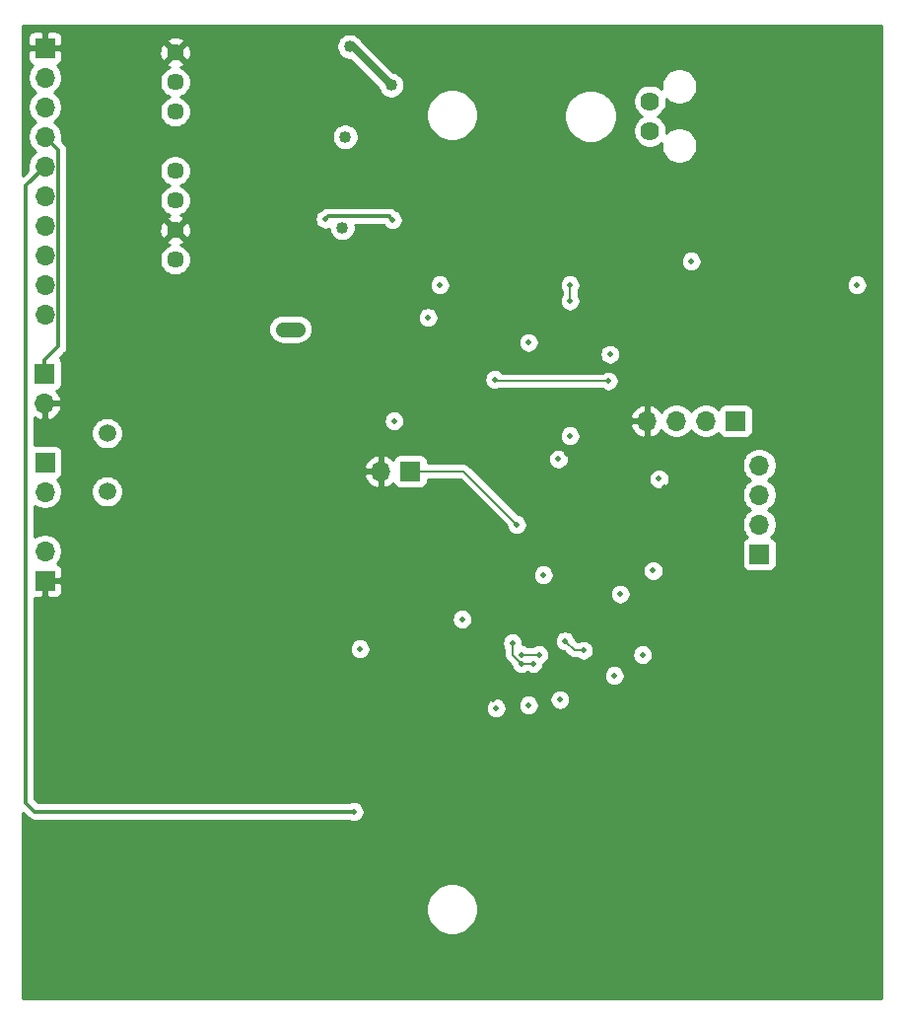
<source format=gbr>
G04 #@! TF.GenerationSoftware,KiCad,Pcbnew,(5.1.5)-3*
G04 #@! TF.CreationDate,2020-03-31T12:47:09-05:00*
G04 #@! TF.ProjectId,digital_pcb,64696769-7461-46c5-9f70-63622e6b6963,rev?*
G04 #@! TF.SameCoordinates,Original*
G04 #@! TF.FileFunction,Copper,L4,Bot*
G04 #@! TF.FilePolarity,Positive*
%FSLAX46Y46*%
G04 Gerber Fmt 4.6, Leading zero omitted, Abs format (unit mm)*
G04 Created by KiCad (PCBNEW (5.1.5)-3) date 2020-03-31 12:47:09*
%MOMM*%
%LPD*%
G04 APERTURE LIST*
%ADD10C,1.620000*%
%ADD11C,1.500000*%
%ADD12R,1.700000X1.700000*%
%ADD13O,1.700000X1.700000*%
%ADD14C,1.450000*%
%ADD15C,0.508000*%
%ADD16C,1.016000*%
%ADD17C,1.270000*%
%ADD18C,0.152400*%
%ADD19C,0.304800*%
%ADD20C,0.635000*%
%ADD21C,0.254000*%
G04 APERTURE END LIST*
D10*
X170688000Y-60960000D03*
X170688000Y-63500000D03*
D11*
X124079000Y-89448000D03*
X124079000Y-94448000D03*
D12*
X178054000Y-88392000D03*
D13*
X175514000Y-88392000D03*
X172974000Y-88392000D03*
X170434000Y-88392000D03*
X118740000Y-79250000D03*
X118740000Y-76710000D03*
X118740000Y-74170000D03*
X118740000Y-71630000D03*
X118740000Y-69090000D03*
X118740000Y-66550000D03*
X118740000Y-64010000D03*
X118740000Y-61470000D03*
X118740000Y-58930000D03*
D12*
X118740000Y-56390000D03*
D13*
X147574000Y-92710000D03*
D12*
X150114000Y-92710000D03*
D13*
X118745000Y-94488000D03*
D12*
X118745000Y-91948000D03*
D14*
X129921000Y-56769000D03*
X129921000Y-59309000D03*
X129921000Y-61849000D03*
X129921000Y-66929000D03*
X129921000Y-69469000D03*
X129921000Y-72009000D03*
X129921000Y-74549000D03*
D13*
X180086000Y-92202000D03*
X180086000Y-94742000D03*
X180086000Y-97282000D03*
D12*
X180086000Y-99822000D03*
D13*
X118745000Y-99568000D03*
D12*
X118745000Y-102108000D03*
D13*
X118732300Y-86880700D03*
D12*
X118732300Y-84340700D03*
D15*
X174371000Y-91313000D03*
X160020000Y-91948000D03*
X148844000Y-89916000D03*
X158496000Y-88519000D03*
X161036000Y-88265000D03*
X169799000Y-103251000D03*
X168529000Y-99949000D03*
X174498000Y-100330000D03*
X149987000Y-111506000D03*
X162560000Y-120269000D03*
X154940000Y-120269000D03*
X167386000Y-111887000D03*
X167132000Y-76327000D03*
X150495000Y-74168000D03*
X155429443Y-77348657D03*
X160274000Y-79883000D03*
X156591000Y-80518000D03*
X154813000Y-80518000D03*
X153543000Y-78994000D03*
X154813000Y-79121000D03*
X149479000Y-81153000D03*
X152781000Y-84455000D03*
X156591000Y-79502000D03*
X162687000Y-80772000D03*
X169418000Y-79756000D03*
X171958000Y-94107000D03*
X139065000Y-62230000D03*
X145796000Y-109728000D03*
X149352000Y-106172000D03*
X157226000Y-112268000D03*
X158750000Y-104140000D03*
X160528000Y-105156000D03*
X160528000Y-97633600D03*
X163576000Y-91186000D03*
X184704500Y-70819500D03*
X181864000Y-75692000D03*
X184150000Y-76708000D03*
X172212000Y-67564000D03*
D16*
X142748000Y-68072000D03*
X136652000Y-67818000D03*
X122428000Y-81026000D03*
X122428000Y-79756000D03*
D15*
X149098000Y-120142000D03*
X133985000Y-56896000D03*
X134366000Y-58928000D03*
X138557000Y-60198000D03*
X142113000Y-58420000D03*
X142113000Y-59817000D03*
X142748000Y-59055000D03*
X141478000Y-59055000D03*
X146050000Y-60071000D03*
X159258000Y-97282000D03*
X171483000Y-93378000D03*
X162844500Y-91663500D03*
X148717000Y-88392000D03*
X163830000Y-89662000D03*
X168148000Y-103251000D03*
X170974000Y-101251000D03*
X162960600Y-112324000D03*
X152654000Y-76708000D03*
X160274000Y-81661000D03*
X151642000Y-79506000D03*
X167259000Y-82677000D03*
X145796000Y-107950000D03*
X161544000Y-101600000D03*
X188468000Y-76708000D03*
D16*
X139192000Y-80518000D03*
X140462000Y-80518000D03*
D15*
X174244000Y-74676000D03*
X170053000Y-108458000D03*
X167640000Y-110236000D03*
X154559000Y-105410000D03*
D16*
X144272000Y-71813600D03*
D15*
X157480000Y-113030000D03*
D16*
X144526000Y-64008000D03*
D15*
X160274000Y-112776000D03*
X148590000Y-71120000D03*
X142791000Y-71077000D03*
X145288000Y-121920000D03*
X167132000Y-84963000D03*
X157353000Y-84836000D03*
X163830000Y-78105000D03*
X163830000Y-76708000D03*
X164973000Y-108077000D03*
X163410759Y-107276759D03*
X159639000Y-108458000D03*
X161163000Y-108458000D03*
X160655000Y-109220000D03*
X159639000Y-109220000D03*
X158877000Y-107442000D03*
D16*
X144907000Y-56261000D03*
X148463000Y-59563000D03*
D17*
X122428000Y-81026000D02*
X122428000Y-79756000D01*
D18*
X159258000Y-97282000D02*
X154686000Y-92710000D01*
X154686000Y-92710000D02*
X150114000Y-92710000D01*
D17*
X139192000Y-80518000D02*
X140462000Y-80518000D01*
D19*
X148293001Y-70823001D02*
X148336001Y-70866001D01*
X148336001Y-70866001D02*
X148590000Y-71120000D01*
X143044999Y-70823001D02*
X148293001Y-70823001D01*
X142791000Y-71077000D02*
X143044999Y-70823001D01*
X117856000Y-121920000D02*
X117094000Y-121158000D01*
X117094000Y-68196000D02*
X118740000Y-66550000D01*
X117094000Y-121158000D02*
X117094000Y-68196000D01*
X145288000Y-121920000D02*
X117856000Y-121920000D01*
D18*
X167132000Y-84963000D02*
X157480000Y-84963000D01*
X157480000Y-84963000D02*
X157353000Y-84836000D01*
X163830000Y-78105000D02*
X163830000Y-76708000D01*
X164211000Y-108077000D02*
X163410759Y-107276759D01*
X164973000Y-108077000D02*
X164211000Y-108077000D01*
X159639000Y-108458000D02*
X161163000Y-108458000D01*
X160655000Y-109220000D02*
X159639000Y-109220000D01*
X158877000Y-108458000D02*
X159639000Y-109220000D01*
X158877000Y-107442000D02*
X158877000Y-108458000D01*
D19*
X118732300Y-83185900D02*
X118732300Y-84340700D01*
X119894801Y-82023399D02*
X118732300Y-83185900D01*
X119894801Y-65164801D02*
X119894801Y-82023399D01*
X118740000Y-64010000D02*
X119894801Y-65164801D01*
D20*
X144907000Y-56261000D02*
X145161000Y-56261000D01*
X145161000Y-56261000D02*
X148463000Y-59563000D01*
D21*
G36*
X190540001Y-137940000D02*
G01*
X116860000Y-137940000D01*
X116860000Y-130079872D01*
X151465000Y-130079872D01*
X151465000Y-130520128D01*
X151550890Y-130951925D01*
X151719369Y-131358669D01*
X151963962Y-131724729D01*
X152275271Y-132036038D01*
X152641331Y-132280631D01*
X153048075Y-132449110D01*
X153479872Y-132535000D01*
X153920128Y-132535000D01*
X154351925Y-132449110D01*
X154758669Y-132280631D01*
X155124729Y-132036038D01*
X155436038Y-131724729D01*
X155680631Y-131358669D01*
X155849110Y-130951925D01*
X155935000Y-130520128D01*
X155935000Y-130079872D01*
X155849110Y-129648075D01*
X155680631Y-129241331D01*
X155436038Y-128875271D01*
X155124729Y-128563962D01*
X154758669Y-128319369D01*
X154351925Y-128150890D01*
X153920128Y-128065000D01*
X153479872Y-128065000D01*
X153048075Y-128150890D01*
X152641331Y-128319369D01*
X152275271Y-128563962D01*
X151963962Y-128875271D01*
X151719369Y-129241331D01*
X151550890Y-129648075D01*
X151465000Y-130079872D01*
X116860000Y-130079872D01*
X116860000Y-122037551D01*
X117271881Y-122449433D01*
X117296531Y-122479469D01*
X117326567Y-122504119D01*
X117326570Y-122504122D01*
X117416427Y-122577866D01*
X117477539Y-122610531D01*
X117553217Y-122650982D01*
X117701643Y-122696006D01*
X117817327Y-122707400D01*
X117817335Y-122707400D01*
X117856000Y-122711208D01*
X117894665Y-122707400D01*
X144866271Y-122707400D01*
X144866901Y-122707821D01*
X145028688Y-122774836D01*
X145200441Y-122809000D01*
X145375559Y-122809000D01*
X145547312Y-122774836D01*
X145709099Y-122707821D01*
X145854704Y-122610531D01*
X145978531Y-122486704D01*
X146075821Y-122341099D01*
X146142836Y-122179312D01*
X146177000Y-122007559D01*
X146177000Y-121832441D01*
X146142836Y-121660688D01*
X146075821Y-121498901D01*
X145978531Y-121353296D01*
X145854704Y-121229469D01*
X145709099Y-121132179D01*
X145547312Y-121065164D01*
X145375559Y-121031000D01*
X145200441Y-121031000D01*
X145028688Y-121065164D01*
X144866901Y-121132179D01*
X144866271Y-121132600D01*
X118182151Y-121132600D01*
X117881400Y-120831849D01*
X117881400Y-112942441D01*
X156591000Y-112942441D01*
X156591000Y-113117559D01*
X156625164Y-113289312D01*
X156692179Y-113451099D01*
X156789469Y-113596704D01*
X156913296Y-113720531D01*
X157058901Y-113817821D01*
X157220688Y-113884836D01*
X157392441Y-113919000D01*
X157567559Y-113919000D01*
X157739312Y-113884836D01*
X157901099Y-113817821D01*
X158046704Y-113720531D01*
X158170531Y-113596704D01*
X158267821Y-113451099D01*
X158334836Y-113289312D01*
X158369000Y-113117559D01*
X158369000Y-112942441D01*
X158334836Y-112770688D01*
X158300768Y-112688441D01*
X159385000Y-112688441D01*
X159385000Y-112863559D01*
X159419164Y-113035312D01*
X159486179Y-113197099D01*
X159583469Y-113342704D01*
X159707296Y-113466531D01*
X159852901Y-113563821D01*
X160014688Y-113630836D01*
X160186441Y-113665000D01*
X160361559Y-113665000D01*
X160533312Y-113630836D01*
X160695099Y-113563821D01*
X160840704Y-113466531D01*
X160964531Y-113342704D01*
X161061821Y-113197099D01*
X161128836Y-113035312D01*
X161163000Y-112863559D01*
X161163000Y-112688441D01*
X161128836Y-112516688D01*
X161061821Y-112354901D01*
X160982669Y-112236441D01*
X162071600Y-112236441D01*
X162071600Y-112411559D01*
X162105764Y-112583312D01*
X162172779Y-112745099D01*
X162270069Y-112890704D01*
X162393896Y-113014531D01*
X162539501Y-113111821D01*
X162701288Y-113178836D01*
X162873041Y-113213000D01*
X163048159Y-113213000D01*
X163219912Y-113178836D01*
X163381699Y-113111821D01*
X163527304Y-113014531D01*
X163651131Y-112890704D01*
X163748421Y-112745099D01*
X163815436Y-112583312D01*
X163849600Y-112411559D01*
X163849600Y-112236441D01*
X163815436Y-112064688D01*
X163748421Y-111902901D01*
X163651131Y-111757296D01*
X163527304Y-111633469D01*
X163381699Y-111536179D01*
X163219912Y-111469164D01*
X163048159Y-111435000D01*
X162873041Y-111435000D01*
X162701288Y-111469164D01*
X162539501Y-111536179D01*
X162393896Y-111633469D01*
X162270069Y-111757296D01*
X162172779Y-111902901D01*
X162105764Y-112064688D01*
X162071600Y-112236441D01*
X160982669Y-112236441D01*
X160964531Y-112209296D01*
X160840704Y-112085469D01*
X160695099Y-111988179D01*
X160533312Y-111921164D01*
X160361559Y-111887000D01*
X160186441Y-111887000D01*
X160014688Y-111921164D01*
X159852901Y-111988179D01*
X159707296Y-112085469D01*
X159583469Y-112209296D01*
X159486179Y-112354901D01*
X159419164Y-112516688D01*
X159385000Y-112688441D01*
X158300768Y-112688441D01*
X158267821Y-112608901D01*
X158170531Y-112463296D01*
X158046704Y-112339469D01*
X157901099Y-112242179D01*
X157739312Y-112175164D01*
X157567559Y-112141000D01*
X157392441Y-112141000D01*
X157220688Y-112175164D01*
X157058901Y-112242179D01*
X156913296Y-112339469D01*
X156789469Y-112463296D01*
X156692179Y-112608901D01*
X156625164Y-112770688D01*
X156591000Y-112942441D01*
X117881400Y-112942441D01*
X117881400Y-110148441D01*
X166751000Y-110148441D01*
X166751000Y-110323559D01*
X166785164Y-110495312D01*
X166852179Y-110657099D01*
X166949469Y-110802704D01*
X167073296Y-110926531D01*
X167218901Y-111023821D01*
X167380688Y-111090836D01*
X167552441Y-111125000D01*
X167727559Y-111125000D01*
X167899312Y-111090836D01*
X168061099Y-111023821D01*
X168206704Y-110926531D01*
X168330531Y-110802704D01*
X168427821Y-110657099D01*
X168494836Y-110495312D01*
X168529000Y-110323559D01*
X168529000Y-110148441D01*
X168494836Y-109976688D01*
X168427821Y-109814901D01*
X168330531Y-109669296D01*
X168206704Y-109545469D01*
X168061099Y-109448179D01*
X167899312Y-109381164D01*
X167727559Y-109347000D01*
X167552441Y-109347000D01*
X167380688Y-109381164D01*
X167218901Y-109448179D01*
X167073296Y-109545469D01*
X166949469Y-109669296D01*
X166852179Y-109814901D01*
X166785164Y-109976688D01*
X166751000Y-110148441D01*
X117881400Y-110148441D01*
X117881400Y-107862441D01*
X144907000Y-107862441D01*
X144907000Y-108037559D01*
X144941164Y-108209312D01*
X145008179Y-108371099D01*
X145105469Y-108516704D01*
X145229296Y-108640531D01*
X145374901Y-108737821D01*
X145536688Y-108804836D01*
X145708441Y-108839000D01*
X145883559Y-108839000D01*
X146055312Y-108804836D01*
X146217099Y-108737821D01*
X146362704Y-108640531D01*
X146486531Y-108516704D01*
X146583821Y-108371099D01*
X146650836Y-108209312D01*
X146685000Y-108037559D01*
X146685000Y-107862441D01*
X146650836Y-107690688D01*
X146583821Y-107528901D01*
X146486531Y-107383296D01*
X146457676Y-107354441D01*
X157988000Y-107354441D01*
X157988000Y-107529559D01*
X158022164Y-107701312D01*
X158089179Y-107863099D01*
X158165801Y-107977771D01*
X158165801Y-108423065D01*
X158162360Y-108458000D01*
X158165801Y-108492936D01*
X158176092Y-108597420D01*
X158189170Y-108640531D01*
X158216759Y-108731481D01*
X158282798Y-108855032D01*
X158345830Y-108931836D01*
X158371674Y-108963327D01*
X158398810Y-108985597D01*
X158757258Y-109344046D01*
X158784164Y-109479312D01*
X158851179Y-109641099D01*
X158948469Y-109786704D01*
X159072296Y-109910531D01*
X159217901Y-110007821D01*
X159379688Y-110074836D01*
X159551441Y-110109000D01*
X159726559Y-110109000D01*
X159898312Y-110074836D01*
X160060099Y-110007821D01*
X160147000Y-109949756D01*
X160233901Y-110007821D01*
X160395688Y-110074836D01*
X160567441Y-110109000D01*
X160742559Y-110109000D01*
X160914312Y-110074836D01*
X161076099Y-110007821D01*
X161221704Y-109910531D01*
X161345531Y-109786704D01*
X161442821Y-109641099D01*
X161509836Y-109479312D01*
X161544000Y-109307559D01*
X161544000Y-109262431D01*
X161584099Y-109245821D01*
X161729704Y-109148531D01*
X161853531Y-109024704D01*
X161950821Y-108879099D01*
X162017836Y-108717312D01*
X162052000Y-108545559D01*
X162052000Y-108370441D01*
X162017836Y-108198688D01*
X161950821Y-108036901D01*
X161853531Y-107891296D01*
X161729704Y-107767469D01*
X161584099Y-107670179D01*
X161422312Y-107603164D01*
X161250559Y-107569000D01*
X161075441Y-107569000D01*
X160903688Y-107603164D01*
X160741901Y-107670179D01*
X160627229Y-107746800D01*
X160174771Y-107746800D01*
X160060099Y-107670179D01*
X159898312Y-107603164D01*
X159756952Y-107575046D01*
X159766000Y-107529559D01*
X159766000Y-107354441D01*
X159733132Y-107189200D01*
X162521759Y-107189200D01*
X162521759Y-107364318D01*
X162555923Y-107536071D01*
X162622938Y-107697858D01*
X162720228Y-107843463D01*
X162844055Y-107967290D01*
X162989660Y-108064580D01*
X163151447Y-108131595D01*
X163286713Y-108158501D01*
X163683407Y-108555196D01*
X163705673Y-108582327D01*
X163732804Y-108604593D01*
X163732809Y-108604598D01*
X163813967Y-108671202D01*
X163937518Y-108737242D01*
X164037368Y-108767531D01*
X164071580Y-108777909D01*
X164176064Y-108788200D01*
X164176071Y-108788200D01*
X164211000Y-108791640D01*
X164245928Y-108788200D01*
X164437229Y-108788200D01*
X164551901Y-108864821D01*
X164713688Y-108931836D01*
X164885441Y-108966000D01*
X165060559Y-108966000D01*
X165232312Y-108931836D01*
X165394099Y-108864821D01*
X165539704Y-108767531D01*
X165663531Y-108643704D01*
X165760821Y-108498099D01*
X165813699Y-108370441D01*
X169164000Y-108370441D01*
X169164000Y-108545559D01*
X169198164Y-108717312D01*
X169265179Y-108879099D01*
X169362469Y-109024704D01*
X169486296Y-109148531D01*
X169631901Y-109245821D01*
X169793688Y-109312836D01*
X169965441Y-109347000D01*
X170140559Y-109347000D01*
X170312312Y-109312836D01*
X170474099Y-109245821D01*
X170619704Y-109148531D01*
X170743531Y-109024704D01*
X170840821Y-108879099D01*
X170907836Y-108717312D01*
X170942000Y-108545559D01*
X170942000Y-108370441D01*
X170907836Y-108198688D01*
X170840821Y-108036901D01*
X170743531Y-107891296D01*
X170619704Y-107767469D01*
X170474099Y-107670179D01*
X170312312Y-107603164D01*
X170140559Y-107569000D01*
X169965441Y-107569000D01*
X169793688Y-107603164D01*
X169631901Y-107670179D01*
X169486296Y-107767469D01*
X169362469Y-107891296D01*
X169265179Y-108036901D01*
X169198164Y-108198688D01*
X169164000Y-108370441D01*
X165813699Y-108370441D01*
X165827836Y-108336312D01*
X165862000Y-108164559D01*
X165862000Y-107989441D01*
X165827836Y-107817688D01*
X165760821Y-107655901D01*
X165663531Y-107510296D01*
X165539704Y-107386469D01*
X165394099Y-107289179D01*
X165232312Y-107222164D01*
X165060559Y-107188000D01*
X164885441Y-107188000D01*
X164713688Y-107222164D01*
X164551901Y-107289179D01*
X164478208Y-107338419D01*
X164292501Y-107152713D01*
X164265595Y-107017447D01*
X164198580Y-106855660D01*
X164101290Y-106710055D01*
X163977463Y-106586228D01*
X163831858Y-106488938D01*
X163670071Y-106421923D01*
X163498318Y-106387759D01*
X163323200Y-106387759D01*
X163151447Y-106421923D01*
X162989660Y-106488938D01*
X162844055Y-106586228D01*
X162720228Y-106710055D01*
X162622938Y-106855660D01*
X162555923Y-107017447D01*
X162521759Y-107189200D01*
X159733132Y-107189200D01*
X159731836Y-107182688D01*
X159664821Y-107020901D01*
X159567531Y-106875296D01*
X159443704Y-106751469D01*
X159298099Y-106654179D01*
X159136312Y-106587164D01*
X158964559Y-106553000D01*
X158789441Y-106553000D01*
X158617688Y-106587164D01*
X158455901Y-106654179D01*
X158310296Y-106751469D01*
X158186469Y-106875296D01*
X158089179Y-107020901D01*
X158022164Y-107182688D01*
X157988000Y-107354441D01*
X146457676Y-107354441D01*
X146362704Y-107259469D01*
X146217099Y-107162179D01*
X146055312Y-107095164D01*
X145883559Y-107061000D01*
X145708441Y-107061000D01*
X145536688Y-107095164D01*
X145374901Y-107162179D01*
X145229296Y-107259469D01*
X145105469Y-107383296D01*
X145008179Y-107528901D01*
X144941164Y-107690688D01*
X144907000Y-107862441D01*
X117881400Y-107862441D01*
X117881400Y-105322441D01*
X153670000Y-105322441D01*
X153670000Y-105497559D01*
X153704164Y-105669312D01*
X153771179Y-105831099D01*
X153868469Y-105976704D01*
X153992296Y-106100531D01*
X154137901Y-106197821D01*
X154299688Y-106264836D01*
X154471441Y-106299000D01*
X154646559Y-106299000D01*
X154818312Y-106264836D01*
X154980099Y-106197821D01*
X155125704Y-106100531D01*
X155249531Y-105976704D01*
X155346821Y-105831099D01*
X155413836Y-105669312D01*
X155448000Y-105497559D01*
X155448000Y-105322441D01*
X155413836Y-105150688D01*
X155346821Y-104988901D01*
X155249531Y-104843296D01*
X155125704Y-104719469D01*
X154980099Y-104622179D01*
X154818312Y-104555164D01*
X154646559Y-104521000D01*
X154471441Y-104521000D01*
X154299688Y-104555164D01*
X154137901Y-104622179D01*
X153992296Y-104719469D01*
X153868469Y-104843296D01*
X153771179Y-104988901D01*
X153704164Y-105150688D01*
X153670000Y-105322441D01*
X117881400Y-105322441D01*
X117881400Y-103594733D01*
X117895000Y-103596072D01*
X118459250Y-103593000D01*
X118618000Y-103434250D01*
X118618000Y-102235000D01*
X118872000Y-102235000D01*
X118872000Y-103434250D01*
X119030750Y-103593000D01*
X119595000Y-103596072D01*
X119719482Y-103583812D01*
X119839180Y-103547502D01*
X119949494Y-103488537D01*
X120046185Y-103409185D01*
X120125537Y-103312494D01*
X120184502Y-103202180D01*
X120196253Y-103163441D01*
X167259000Y-103163441D01*
X167259000Y-103338559D01*
X167293164Y-103510312D01*
X167360179Y-103672099D01*
X167457469Y-103817704D01*
X167581296Y-103941531D01*
X167726901Y-104038821D01*
X167888688Y-104105836D01*
X168060441Y-104140000D01*
X168235559Y-104140000D01*
X168407312Y-104105836D01*
X168569099Y-104038821D01*
X168714704Y-103941531D01*
X168838531Y-103817704D01*
X168935821Y-103672099D01*
X169002836Y-103510312D01*
X169037000Y-103338559D01*
X169037000Y-103163441D01*
X169002836Y-102991688D01*
X168935821Y-102829901D01*
X168838531Y-102684296D01*
X168714704Y-102560469D01*
X168569099Y-102463179D01*
X168407312Y-102396164D01*
X168235559Y-102362000D01*
X168060441Y-102362000D01*
X167888688Y-102396164D01*
X167726901Y-102463179D01*
X167581296Y-102560469D01*
X167457469Y-102684296D01*
X167360179Y-102829901D01*
X167293164Y-102991688D01*
X167259000Y-103163441D01*
X120196253Y-103163441D01*
X120220812Y-103082482D01*
X120233072Y-102958000D01*
X120230000Y-102393750D01*
X120071250Y-102235000D01*
X118872000Y-102235000D01*
X118618000Y-102235000D01*
X118598000Y-102235000D01*
X118598000Y-101981000D01*
X118618000Y-101981000D01*
X118618000Y-101961000D01*
X118872000Y-101961000D01*
X118872000Y-101981000D01*
X120071250Y-101981000D01*
X120230000Y-101822250D01*
X120231686Y-101512441D01*
X160655000Y-101512441D01*
X160655000Y-101687559D01*
X160689164Y-101859312D01*
X160756179Y-102021099D01*
X160853469Y-102166704D01*
X160977296Y-102290531D01*
X161122901Y-102387821D01*
X161284688Y-102454836D01*
X161456441Y-102489000D01*
X161631559Y-102489000D01*
X161803312Y-102454836D01*
X161965099Y-102387821D01*
X162110704Y-102290531D01*
X162234531Y-102166704D01*
X162331821Y-102021099D01*
X162398836Y-101859312D01*
X162433000Y-101687559D01*
X162433000Y-101512441D01*
X162398836Y-101340688D01*
X162331821Y-101178901D01*
X162321491Y-101163441D01*
X170085000Y-101163441D01*
X170085000Y-101338559D01*
X170119164Y-101510312D01*
X170186179Y-101672099D01*
X170283469Y-101817704D01*
X170407296Y-101941531D01*
X170552901Y-102038821D01*
X170714688Y-102105836D01*
X170886441Y-102140000D01*
X171061559Y-102140000D01*
X171233312Y-102105836D01*
X171395099Y-102038821D01*
X171540704Y-101941531D01*
X171664531Y-101817704D01*
X171761821Y-101672099D01*
X171828836Y-101510312D01*
X171863000Y-101338559D01*
X171863000Y-101163441D01*
X171828836Y-100991688D01*
X171761821Y-100829901D01*
X171664531Y-100684296D01*
X171540704Y-100560469D01*
X171395099Y-100463179D01*
X171233312Y-100396164D01*
X171061559Y-100362000D01*
X170886441Y-100362000D01*
X170714688Y-100396164D01*
X170552901Y-100463179D01*
X170407296Y-100560469D01*
X170283469Y-100684296D01*
X170186179Y-100829901D01*
X170119164Y-100991688D01*
X170085000Y-101163441D01*
X162321491Y-101163441D01*
X162234531Y-101033296D01*
X162110704Y-100909469D01*
X161965099Y-100812179D01*
X161803312Y-100745164D01*
X161631559Y-100711000D01*
X161456441Y-100711000D01*
X161284688Y-100745164D01*
X161122901Y-100812179D01*
X160977296Y-100909469D01*
X160853469Y-101033296D01*
X160756179Y-101178901D01*
X160689164Y-101340688D01*
X160655000Y-101512441D01*
X120231686Y-101512441D01*
X120233072Y-101258000D01*
X120220812Y-101133518D01*
X120184502Y-101013820D01*
X120125537Y-100903506D01*
X120046185Y-100806815D01*
X119949494Y-100727463D01*
X119839180Y-100668498D01*
X119766620Y-100646487D01*
X119898475Y-100514632D01*
X120060990Y-100271411D01*
X120172932Y-100001158D01*
X120230000Y-99714260D01*
X120230000Y-99421740D01*
X120172932Y-99134842D01*
X120105481Y-98972000D01*
X178597928Y-98972000D01*
X178597928Y-100672000D01*
X178610188Y-100796482D01*
X178646498Y-100916180D01*
X178705463Y-101026494D01*
X178784815Y-101123185D01*
X178881506Y-101202537D01*
X178991820Y-101261502D01*
X179111518Y-101297812D01*
X179236000Y-101310072D01*
X180936000Y-101310072D01*
X181060482Y-101297812D01*
X181180180Y-101261502D01*
X181290494Y-101202537D01*
X181387185Y-101123185D01*
X181466537Y-101026494D01*
X181525502Y-100916180D01*
X181561812Y-100796482D01*
X181574072Y-100672000D01*
X181574072Y-98972000D01*
X181561812Y-98847518D01*
X181525502Y-98727820D01*
X181466537Y-98617506D01*
X181387185Y-98520815D01*
X181290494Y-98441463D01*
X181180180Y-98382498D01*
X181107620Y-98360487D01*
X181239475Y-98228632D01*
X181401990Y-97985411D01*
X181513932Y-97715158D01*
X181571000Y-97428260D01*
X181571000Y-97135740D01*
X181513932Y-96848842D01*
X181401990Y-96578589D01*
X181239475Y-96335368D01*
X181032632Y-96128525D01*
X180858240Y-96012000D01*
X181032632Y-95895475D01*
X181239475Y-95688632D01*
X181401990Y-95445411D01*
X181513932Y-95175158D01*
X181571000Y-94888260D01*
X181571000Y-94595740D01*
X181513932Y-94308842D01*
X181401990Y-94038589D01*
X181239475Y-93795368D01*
X181032632Y-93588525D01*
X180858240Y-93472000D01*
X181032632Y-93355475D01*
X181239475Y-93148632D01*
X181401990Y-92905411D01*
X181513932Y-92635158D01*
X181571000Y-92348260D01*
X181571000Y-92055740D01*
X181513932Y-91768842D01*
X181401990Y-91498589D01*
X181239475Y-91255368D01*
X181032632Y-91048525D01*
X180789411Y-90886010D01*
X180519158Y-90774068D01*
X180232260Y-90717000D01*
X179939740Y-90717000D01*
X179652842Y-90774068D01*
X179382589Y-90886010D01*
X179139368Y-91048525D01*
X178932525Y-91255368D01*
X178770010Y-91498589D01*
X178658068Y-91768842D01*
X178601000Y-92055740D01*
X178601000Y-92348260D01*
X178658068Y-92635158D01*
X178770010Y-92905411D01*
X178932525Y-93148632D01*
X179139368Y-93355475D01*
X179313760Y-93472000D01*
X179139368Y-93588525D01*
X178932525Y-93795368D01*
X178770010Y-94038589D01*
X178658068Y-94308842D01*
X178601000Y-94595740D01*
X178601000Y-94888260D01*
X178658068Y-95175158D01*
X178770010Y-95445411D01*
X178932525Y-95688632D01*
X179139368Y-95895475D01*
X179313760Y-96012000D01*
X179139368Y-96128525D01*
X178932525Y-96335368D01*
X178770010Y-96578589D01*
X178658068Y-96848842D01*
X178601000Y-97135740D01*
X178601000Y-97428260D01*
X178658068Y-97715158D01*
X178770010Y-97985411D01*
X178932525Y-98228632D01*
X179064380Y-98360487D01*
X178991820Y-98382498D01*
X178881506Y-98441463D01*
X178784815Y-98520815D01*
X178705463Y-98617506D01*
X178646498Y-98727820D01*
X178610188Y-98847518D01*
X178597928Y-98972000D01*
X120105481Y-98972000D01*
X120060990Y-98864589D01*
X119898475Y-98621368D01*
X119691632Y-98414525D01*
X119448411Y-98252010D01*
X119178158Y-98140068D01*
X118891260Y-98083000D01*
X118598740Y-98083000D01*
X118311842Y-98140068D01*
X118041589Y-98252010D01*
X117881400Y-98359045D01*
X117881400Y-95696955D01*
X118041589Y-95803990D01*
X118311842Y-95915932D01*
X118598740Y-95973000D01*
X118891260Y-95973000D01*
X119178158Y-95915932D01*
X119448411Y-95803990D01*
X119691632Y-95641475D01*
X119898475Y-95434632D01*
X120060990Y-95191411D01*
X120172932Y-94921158D01*
X120230000Y-94634260D01*
X120230000Y-94341740D01*
X120224003Y-94311589D01*
X122694000Y-94311589D01*
X122694000Y-94584411D01*
X122747225Y-94851989D01*
X122851629Y-95104043D01*
X123003201Y-95330886D01*
X123196114Y-95523799D01*
X123422957Y-95675371D01*
X123675011Y-95779775D01*
X123942589Y-95833000D01*
X124215411Y-95833000D01*
X124482989Y-95779775D01*
X124735043Y-95675371D01*
X124961886Y-95523799D01*
X125154799Y-95330886D01*
X125306371Y-95104043D01*
X125410775Y-94851989D01*
X125464000Y-94584411D01*
X125464000Y-94311589D01*
X125410775Y-94044011D01*
X125306371Y-93791957D01*
X125154799Y-93565114D01*
X124961886Y-93372201D01*
X124735043Y-93220629D01*
X124482989Y-93116225D01*
X124234973Y-93066891D01*
X146132519Y-93066891D01*
X146229843Y-93341252D01*
X146378822Y-93591355D01*
X146573731Y-93807588D01*
X146807080Y-93981641D01*
X147069901Y-94106825D01*
X147217110Y-94151476D01*
X147447000Y-94030155D01*
X147447000Y-92837000D01*
X146253186Y-92837000D01*
X146132519Y-93066891D01*
X124234973Y-93066891D01*
X124215411Y-93063000D01*
X123942589Y-93063000D01*
X123675011Y-93116225D01*
X123422957Y-93220629D01*
X123196114Y-93372201D01*
X123003201Y-93565114D01*
X122851629Y-93791957D01*
X122747225Y-94044011D01*
X122694000Y-94311589D01*
X120224003Y-94311589D01*
X120172932Y-94054842D01*
X120060990Y-93784589D01*
X119898475Y-93541368D01*
X119766620Y-93409513D01*
X119839180Y-93387502D01*
X119949494Y-93328537D01*
X120046185Y-93249185D01*
X120125537Y-93152494D01*
X120184502Y-93042180D01*
X120220812Y-92922482D01*
X120233072Y-92798000D01*
X120233072Y-92353109D01*
X146132519Y-92353109D01*
X146253186Y-92583000D01*
X147447000Y-92583000D01*
X147447000Y-91389845D01*
X147701000Y-91389845D01*
X147701000Y-92583000D01*
X147721000Y-92583000D01*
X147721000Y-92837000D01*
X147701000Y-92837000D01*
X147701000Y-94030155D01*
X147930890Y-94151476D01*
X148078099Y-94106825D01*
X148340920Y-93981641D01*
X148574269Y-93807588D01*
X148650034Y-93723534D01*
X148674498Y-93804180D01*
X148733463Y-93914494D01*
X148812815Y-94011185D01*
X148909506Y-94090537D01*
X149019820Y-94149502D01*
X149139518Y-94185812D01*
X149264000Y-94198072D01*
X150964000Y-94198072D01*
X151088482Y-94185812D01*
X151208180Y-94149502D01*
X151318494Y-94090537D01*
X151415185Y-94011185D01*
X151494537Y-93914494D01*
X151553502Y-93804180D01*
X151589812Y-93684482D01*
X151602072Y-93560000D01*
X151602072Y-93421200D01*
X154391413Y-93421200D01*
X158376258Y-97406047D01*
X158403164Y-97541312D01*
X158470179Y-97703099D01*
X158567469Y-97848704D01*
X158691296Y-97972531D01*
X158836901Y-98069821D01*
X158998688Y-98136836D01*
X159170441Y-98171000D01*
X159345559Y-98171000D01*
X159517312Y-98136836D01*
X159679099Y-98069821D01*
X159824704Y-97972531D01*
X159948531Y-97848704D01*
X160045821Y-97703099D01*
X160112836Y-97541312D01*
X160147000Y-97369559D01*
X160147000Y-97194441D01*
X160112836Y-97022688D01*
X160045821Y-96860901D01*
X159948531Y-96715296D01*
X159824704Y-96591469D01*
X159679099Y-96494179D01*
X159517312Y-96427164D01*
X159382047Y-96400258D01*
X156272229Y-93290441D01*
X170594000Y-93290441D01*
X170594000Y-93465559D01*
X170628164Y-93637312D01*
X170695179Y-93799099D01*
X170792469Y-93944704D01*
X170916296Y-94068531D01*
X171061901Y-94165821D01*
X171223688Y-94232836D01*
X171395441Y-94267000D01*
X171570559Y-94267000D01*
X171742312Y-94232836D01*
X171904099Y-94165821D01*
X172049704Y-94068531D01*
X172173531Y-93944704D01*
X172270821Y-93799099D01*
X172337836Y-93637312D01*
X172372000Y-93465559D01*
X172372000Y-93290441D01*
X172337836Y-93118688D01*
X172270821Y-92956901D01*
X172173531Y-92811296D01*
X172049704Y-92687469D01*
X171904099Y-92590179D01*
X171742312Y-92523164D01*
X171570559Y-92489000D01*
X171395441Y-92489000D01*
X171223688Y-92523164D01*
X171061901Y-92590179D01*
X170916296Y-92687469D01*
X170792469Y-92811296D01*
X170695179Y-92956901D01*
X170628164Y-93118688D01*
X170594000Y-93290441D01*
X156272229Y-93290441D01*
X155213602Y-92231815D01*
X155191327Y-92204673D01*
X155083033Y-92115798D01*
X154959481Y-92049758D01*
X154825420Y-92009091D01*
X154720936Y-91998800D01*
X154720926Y-91998800D01*
X154686000Y-91995360D01*
X154651074Y-91998800D01*
X151602072Y-91998800D01*
X151602072Y-91860000D01*
X151589812Y-91735518D01*
X151553502Y-91615820D01*
X151532186Y-91575941D01*
X161955500Y-91575941D01*
X161955500Y-91751059D01*
X161989664Y-91922812D01*
X162056679Y-92084599D01*
X162153969Y-92230204D01*
X162277796Y-92354031D01*
X162423401Y-92451321D01*
X162585188Y-92518336D01*
X162756941Y-92552500D01*
X162932059Y-92552500D01*
X163103812Y-92518336D01*
X163265599Y-92451321D01*
X163411204Y-92354031D01*
X163535031Y-92230204D01*
X163632321Y-92084599D01*
X163699336Y-91922812D01*
X163733500Y-91751059D01*
X163733500Y-91575941D01*
X163699336Y-91404188D01*
X163632321Y-91242401D01*
X163535031Y-91096796D01*
X163411204Y-90972969D01*
X163265599Y-90875679D01*
X163103812Y-90808664D01*
X162932059Y-90774500D01*
X162756941Y-90774500D01*
X162585188Y-90808664D01*
X162423401Y-90875679D01*
X162277796Y-90972969D01*
X162153969Y-91096796D01*
X162056679Y-91242401D01*
X161989664Y-91404188D01*
X161955500Y-91575941D01*
X151532186Y-91575941D01*
X151494537Y-91505506D01*
X151415185Y-91408815D01*
X151318494Y-91329463D01*
X151208180Y-91270498D01*
X151088482Y-91234188D01*
X150964000Y-91221928D01*
X149264000Y-91221928D01*
X149139518Y-91234188D01*
X149019820Y-91270498D01*
X148909506Y-91329463D01*
X148812815Y-91408815D01*
X148733463Y-91505506D01*
X148674498Y-91615820D01*
X148650034Y-91696466D01*
X148574269Y-91612412D01*
X148340920Y-91438359D01*
X148078099Y-91313175D01*
X147930890Y-91268524D01*
X147701000Y-91389845D01*
X147447000Y-91389845D01*
X147217110Y-91268524D01*
X147069901Y-91313175D01*
X146807080Y-91438359D01*
X146573731Y-91612412D01*
X146378822Y-91828645D01*
X146229843Y-92078748D01*
X146132519Y-92353109D01*
X120233072Y-92353109D01*
X120233072Y-91098000D01*
X120220812Y-90973518D01*
X120184502Y-90853820D01*
X120125537Y-90743506D01*
X120046185Y-90646815D01*
X119949494Y-90567463D01*
X119839180Y-90508498D01*
X119719482Y-90472188D01*
X119595000Y-90459928D01*
X117895000Y-90459928D01*
X117881400Y-90461267D01*
X117881400Y-89311589D01*
X122694000Y-89311589D01*
X122694000Y-89584411D01*
X122747225Y-89851989D01*
X122851629Y-90104043D01*
X123003201Y-90330886D01*
X123196114Y-90523799D01*
X123422957Y-90675371D01*
X123675011Y-90779775D01*
X123942589Y-90833000D01*
X124215411Y-90833000D01*
X124482989Y-90779775D01*
X124735043Y-90675371D01*
X124961886Y-90523799D01*
X125154799Y-90330886D01*
X125306371Y-90104043D01*
X125410775Y-89851989D01*
X125464000Y-89584411D01*
X125464000Y-89574441D01*
X162941000Y-89574441D01*
X162941000Y-89749559D01*
X162975164Y-89921312D01*
X163042179Y-90083099D01*
X163139469Y-90228704D01*
X163263296Y-90352531D01*
X163408901Y-90449821D01*
X163570688Y-90516836D01*
X163742441Y-90551000D01*
X163917559Y-90551000D01*
X164089312Y-90516836D01*
X164251099Y-90449821D01*
X164396704Y-90352531D01*
X164520531Y-90228704D01*
X164617821Y-90083099D01*
X164684836Y-89921312D01*
X164719000Y-89749559D01*
X164719000Y-89574441D01*
X164684836Y-89402688D01*
X164617821Y-89240901D01*
X164520531Y-89095296D01*
X164396704Y-88971469D01*
X164251099Y-88874179D01*
X164089312Y-88807164D01*
X163917559Y-88773000D01*
X163742441Y-88773000D01*
X163570688Y-88807164D01*
X163408901Y-88874179D01*
X163263296Y-88971469D01*
X163139469Y-89095296D01*
X163042179Y-89240901D01*
X162975164Y-89402688D01*
X162941000Y-89574441D01*
X125464000Y-89574441D01*
X125464000Y-89311589D01*
X125410775Y-89044011D01*
X125306371Y-88791957D01*
X125154799Y-88565114D01*
X124961886Y-88372201D01*
X124860477Y-88304441D01*
X147828000Y-88304441D01*
X147828000Y-88479559D01*
X147862164Y-88651312D01*
X147929179Y-88813099D01*
X148026469Y-88958704D01*
X148150296Y-89082531D01*
X148295901Y-89179821D01*
X148457688Y-89246836D01*
X148629441Y-89281000D01*
X148804559Y-89281000D01*
X148976312Y-89246836D01*
X149138099Y-89179821D01*
X149283704Y-89082531D01*
X149407531Y-88958704D01*
X149504821Y-88813099D01*
X149531417Y-88748891D01*
X168992519Y-88748891D01*
X169089843Y-89023252D01*
X169238822Y-89273355D01*
X169433731Y-89489588D01*
X169667080Y-89663641D01*
X169929901Y-89788825D01*
X170077110Y-89833476D01*
X170307000Y-89712155D01*
X170307000Y-88519000D01*
X169113186Y-88519000D01*
X168992519Y-88748891D01*
X149531417Y-88748891D01*
X149571836Y-88651312D01*
X149606000Y-88479559D01*
X149606000Y-88304441D01*
X149571836Y-88132688D01*
X149531418Y-88035109D01*
X168992519Y-88035109D01*
X169113186Y-88265000D01*
X170307000Y-88265000D01*
X170307000Y-87071845D01*
X170561000Y-87071845D01*
X170561000Y-88265000D01*
X170581000Y-88265000D01*
X170581000Y-88519000D01*
X170561000Y-88519000D01*
X170561000Y-89712155D01*
X170790890Y-89833476D01*
X170938099Y-89788825D01*
X171200920Y-89663641D01*
X171434269Y-89489588D01*
X171629178Y-89273355D01*
X171698805Y-89156466D01*
X171820525Y-89338632D01*
X172027368Y-89545475D01*
X172270589Y-89707990D01*
X172540842Y-89819932D01*
X172827740Y-89877000D01*
X173120260Y-89877000D01*
X173407158Y-89819932D01*
X173677411Y-89707990D01*
X173920632Y-89545475D01*
X174127475Y-89338632D01*
X174244000Y-89164240D01*
X174360525Y-89338632D01*
X174567368Y-89545475D01*
X174810589Y-89707990D01*
X175080842Y-89819932D01*
X175367740Y-89877000D01*
X175660260Y-89877000D01*
X175947158Y-89819932D01*
X176217411Y-89707990D01*
X176460632Y-89545475D01*
X176592487Y-89413620D01*
X176614498Y-89486180D01*
X176673463Y-89596494D01*
X176752815Y-89693185D01*
X176849506Y-89772537D01*
X176959820Y-89831502D01*
X177079518Y-89867812D01*
X177204000Y-89880072D01*
X178904000Y-89880072D01*
X179028482Y-89867812D01*
X179148180Y-89831502D01*
X179258494Y-89772537D01*
X179355185Y-89693185D01*
X179434537Y-89596494D01*
X179493502Y-89486180D01*
X179529812Y-89366482D01*
X179542072Y-89242000D01*
X179542072Y-87542000D01*
X179529812Y-87417518D01*
X179493502Y-87297820D01*
X179434537Y-87187506D01*
X179355185Y-87090815D01*
X179258494Y-87011463D01*
X179148180Y-86952498D01*
X179028482Y-86916188D01*
X178904000Y-86903928D01*
X177204000Y-86903928D01*
X177079518Y-86916188D01*
X176959820Y-86952498D01*
X176849506Y-87011463D01*
X176752815Y-87090815D01*
X176673463Y-87187506D01*
X176614498Y-87297820D01*
X176592487Y-87370380D01*
X176460632Y-87238525D01*
X176217411Y-87076010D01*
X175947158Y-86964068D01*
X175660260Y-86907000D01*
X175367740Y-86907000D01*
X175080842Y-86964068D01*
X174810589Y-87076010D01*
X174567368Y-87238525D01*
X174360525Y-87445368D01*
X174244000Y-87619760D01*
X174127475Y-87445368D01*
X173920632Y-87238525D01*
X173677411Y-87076010D01*
X173407158Y-86964068D01*
X173120260Y-86907000D01*
X172827740Y-86907000D01*
X172540842Y-86964068D01*
X172270589Y-87076010D01*
X172027368Y-87238525D01*
X171820525Y-87445368D01*
X171698805Y-87627534D01*
X171629178Y-87510645D01*
X171434269Y-87294412D01*
X171200920Y-87120359D01*
X170938099Y-86995175D01*
X170790890Y-86950524D01*
X170561000Y-87071845D01*
X170307000Y-87071845D01*
X170077110Y-86950524D01*
X169929901Y-86995175D01*
X169667080Y-87120359D01*
X169433731Y-87294412D01*
X169238822Y-87510645D01*
X169089843Y-87760748D01*
X168992519Y-88035109D01*
X149531418Y-88035109D01*
X149504821Y-87970901D01*
X149407531Y-87825296D01*
X149283704Y-87701469D01*
X149138099Y-87604179D01*
X148976312Y-87537164D01*
X148804559Y-87503000D01*
X148629441Y-87503000D01*
X148457688Y-87537164D01*
X148295901Y-87604179D01*
X148150296Y-87701469D01*
X148026469Y-87825296D01*
X147929179Y-87970901D01*
X147862164Y-88132688D01*
X147828000Y-88304441D01*
X124860477Y-88304441D01*
X124735043Y-88220629D01*
X124482989Y-88116225D01*
X124215411Y-88063000D01*
X123942589Y-88063000D01*
X123675011Y-88116225D01*
X123422957Y-88220629D01*
X123196114Y-88372201D01*
X123003201Y-88565114D01*
X122851629Y-88791957D01*
X122747225Y-89044011D01*
X122694000Y-89311589D01*
X117881400Y-89311589D01*
X117881400Y-88094019D01*
X118101048Y-88224857D01*
X118375409Y-88322181D01*
X118605300Y-88201514D01*
X118605300Y-87007700D01*
X118859300Y-87007700D01*
X118859300Y-88201514D01*
X119089191Y-88322181D01*
X119363552Y-88224857D01*
X119613655Y-88075878D01*
X119829888Y-87880969D01*
X120003941Y-87647620D01*
X120129125Y-87384799D01*
X120173776Y-87237590D01*
X120052455Y-87007700D01*
X118859300Y-87007700D01*
X118605300Y-87007700D01*
X118585300Y-87007700D01*
X118585300Y-86753700D01*
X118605300Y-86753700D01*
X118605300Y-86733700D01*
X118859300Y-86733700D01*
X118859300Y-86753700D01*
X120052455Y-86753700D01*
X120173776Y-86523810D01*
X120129125Y-86376601D01*
X120003941Y-86113780D01*
X119829888Y-85880431D01*
X119745834Y-85804666D01*
X119826480Y-85780202D01*
X119936794Y-85721237D01*
X120033485Y-85641885D01*
X120112837Y-85545194D01*
X120171802Y-85434880D01*
X120208112Y-85315182D01*
X120220372Y-85190700D01*
X120220372Y-84748441D01*
X156464000Y-84748441D01*
X156464000Y-84923559D01*
X156498164Y-85095312D01*
X156565179Y-85257099D01*
X156662469Y-85402704D01*
X156786296Y-85526531D01*
X156931901Y-85623821D01*
X157093688Y-85690836D01*
X157265441Y-85725000D01*
X157440559Y-85725000D01*
X157612312Y-85690836D01*
X157652474Y-85674200D01*
X166596229Y-85674200D01*
X166710901Y-85750821D01*
X166872688Y-85817836D01*
X167044441Y-85852000D01*
X167219559Y-85852000D01*
X167391312Y-85817836D01*
X167553099Y-85750821D01*
X167698704Y-85653531D01*
X167822531Y-85529704D01*
X167919821Y-85384099D01*
X167986836Y-85222312D01*
X168021000Y-85050559D01*
X168021000Y-84875441D01*
X167986836Y-84703688D01*
X167919821Y-84541901D01*
X167822531Y-84396296D01*
X167698704Y-84272469D01*
X167553099Y-84175179D01*
X167391312Y-84108164D01*
X167219559Y-84074000D01*
X167044441Y-84074000D01*
X166872688Y-84108164D01*
X166710901Y-84175179D01*
X166596229Y-84251800D01*
X158026035Y-84251800D01*
X157919704Y-84145469D01*
X157774099Y-84048179D01*
X157612312Y-83981164D01*
X157440559Y-83947000D01*
X157265441Y-83947000D01*
X157093688Y-83981164D01*
X156931901Y-84048179D01*
X156786296Y-84145469D01*
X156662469Y-84269296D01*
X156565179Y-84414901D01*
X156498164Y-84576688D01*
X156464000Y-84748441D01*
X120220372Y-84748441D01*
X120220372Y-83490700D01*
X120208112Y-83366218D01*
X120171802Y-83246520D01*
X120112837Y-83136206D01*
X120033485Y-83039515D01*
X120010829Y-83020922D01*
X120424234Y-82607518D01*
X120446260Y-82589441D01*
X166370000Y-82589441D01*
X166370000Y-82764559D01*
X166404164Y-82936312D01*
X166471179Y-83098099D01*
X166568469Y-83243704D01*
X166692296Y-83367531D01*
X166837901Y-83464821D01*
X166999688Y-83531836D01*
X167171441Y-83566000D01*
X167346559Y-83566000D01*
X167518312Y-83531836D01*
X167680099Y-83464821D01*
X167825704Y-83367531D01*
X167949531Y-83243704D01*
X168046821Y-83098099D01*
X168113836Y-82936312D01*
X168148000Y-82764559D01*
X168148000Y-82589441D01*
X168113836Y-82417688D01*
X168046821Y-82255901D01*
X167949531Y-82110296D01*
X167825704Y-81986469D01*
X167680099Y-81889179D01*
X167518312Y-81822164D01*
X167346559Y-81788000D01*
X167171441Y-81788000D01*
X166999688Y-81822164D01*
X166837901Y-81889179D01*
X166692296Y-81986469D01*
X166568469Y-82110296D01*
X166471179Y-82255901D01*
X166404164Y-82417688D01*
X166370000Y-82589441D01*
X120446260Y-82589441D01*
X120454270Y-82582868D01*
X120478920Y-82552832D01*
X120478923Y-82552829D01*
X120552667Y-82462971D01*
X120625783Y-82326182D01*
X120670807Y-82177756D01*
X120680228Y-82082099D01*
X120682201Y-82062072D01*
X120682201Y-82062064D01*
X120686009Y-82023399D01*
X120682201Y-81984734D01*
X120682201Y-80518000D01*
X137915856Y-80518000D01*
X137940377Y-80766963D01*
X138012997Y-81006359D01*
X138130925Y-81226988D01*
X138289630Y-81420370D01*
X138483012Y-81579075D01*
X138703641Y-81697003D01*
X138943037Y-81769623D01*
X139129620Y-81788000D01*
X140524380Y-81788000D01*
X140710963Y-81769623D01*
X140950359Y-81697003D01*
X141170988Y-81579075D01*
X141177853Y-81573441D01*
X159385000Y-81573441D01*
X159385000Y-81748559D01*
X159419164Y-81920312D01*
X159486179Y-82082099D01*
X159583469Y-82227704D01*
X159707296Y-82351531D01*
X159852901Y-82448821D01*
X160014688Y-82515836D01*
X160186441Y-82550000D01*
X160361559Y-82550000D01*
X160533312Y-82515836D01*
X160695099Y-82448821D01*
X160840704Y-82351531D01*
X160964531Y-82227704D01*
X161061821Y-82082099D01*
X161128836Y-81920312D01*
X161163000Y-81748559D01*
X161163000Y-81573441D01*
X161128836Y-81401688D01*
X161061821Y-81239901D01*
X160964531Y-81094296D01*
X160840704Y-80970469D01*
X160695099Y-80873179D01*
X160533312Y-80806164D01*
X160361559Y-80772000D01*
X160186441Y-80772000D01*
X160014688Y-80806164D01*
X159852901Y-80873179D01*
X159707296Y-80970469D01*
X159583469Y-81094296D01*
X159486179Y-81239901D01*
X159419164Y-81401688D01*
X159385000Y-81573441D01*
X141177853Y-81573441D01*
X141364370Y-81420370D01*
X141523075Y-81226988D01*
X141641003Y-81006359D01*
X141713623Y-80766963D01*
X141738144Y-80518000D01*
X141713623Y-80269037D01*
X141641003Y-80029641D01*
X141523075Y-79809012D01*
X141364370Y-79615630D01*
X141170988Y-79456925D01*
X141098990Y-79418441D01*
X150753000Y-79418441D01*
X150753000Y-79593559D01*
X150787164Y-79765312D01*
X150854179Y-79927099D01*
X150951469Y-80072704D01*
X151075296Y-80196531D01*
X151220901Y-80293821D01*
X151382688Y-80360836D01*
X151554441Y-80395000D01*
X151729559Y-80395000D01*
X151901312Y-80360836D01*
X152063099Y-80293821D01*
X152208704Y-80196531D01*
X152332531Y-80072704D01*
X152429821Y-79927099D01*
X152496836Y-79765312D01*
X152531000Y-79593559D01*
X152531000Y-79418441D01*
X152496836Y-79246688D01*
X152429821Y-79084901D01*
X152332531Y-78939296D01*
X152208704Y-78815469D01*
X152063099Y-78718179D01*
X151901312Y-78651164D01*
X151729559Y-78617000D01*
X151554441Y-78617000D01*
X151382688Y-78651164D01*
X151220901Y-78718179D01*
X151075296Y-78815469D01*
X150951469Y-78939296D01*
X150854179Y-79084901D01*
X150787164Y-79246688D01*
X150753000Y-79418441D01*
X141098990Y-79418441D01*
X140950359Y-79338997D01*
X140710963Y-79266377D01*
X140524380Y-79248000D01*
X139129620Y-79248000D01*
X138943037Y-79266377D01*
X138703641Y-79338997D01*
X138483012Y-79456925D01*
X138289630Y-79615630D01*
X138130925Y-79809012D01*
X138012997Y-80029641D01*
X137940377Y-80269037D01*
X137915856Y-80518000D01*
X120682201Y-80518000D01*
X120682201Y-76620441D01*
X151765000Y-76620441D01*
X151765000Y-76795559D01*
X151799164Y-76967312D01*
X151866179Y-77129099D01*
X151963469Y-77274704D01*
X152087296Y-77398531D01*
X152232901Y-77495821D01*
X152394688Y-77562836D01*
X152566441Y-77597000D01*
X152741559Y-77597000D01*
X152913312Y-77562836D01*
X153075099Y-77495821D01*
X153220704Y-77398531D01*
X153344531Y-77274704D01*
X153441821Y-77129099D01*
X153508836Y-76967312D01*
X153543000Y-76795559D01*
X153543000Y-76620441D01*
X162941000Y-76620441D01*
X162941000Y-76795559D01*
X162975164Y-76967312D01*
X163042179Y-77129099D01*
X163118801Y-77243772D01*
X163118800Y-77569229D01*
X163042179Y-77683901D01*
X162975164Y-77845688D01*
X162941000Y-78017441D01*
X162941000Y-78192559D01*
X162975164Y-78364312D01*
X163042179Y-78526099D01*
X163139469Y-78671704D01*
X163263296Y-78795531D01*
X163408901Y-78892821D01*
X163570688Y-78959836D01*
X163742441Y-78994000D01*
X163917559Y-78994000D01*
X164089312Y-78959836D01*
X164251099Y-78892821D01*
X164396704Y-78795531D01*
X164520531Y-78671704D01*
X164617821Y-78526099D01*
X164684836Y-78364312D01*
X164719000Y-78192559D01*
X164719000Y-78017441D01*
X164684836Y-77845688D01*
X164617821Y-77683901D01*
X164541200Y-77569229D01*
X164541200Y-77243771D01*
X164617821Y-77129099D01*
X164684836Y-76967312D01*
X164719000Y-76795559D01*
X164719000Y-76620441D01*
X187579000Y-76620441D01*
X187579000Y-76795559D01*
X187613164Y-76967312D01*
X187680179Y-77129099D01*
X187777469Y-77274704D01*
X187901296Y-77398531D01*
X188046901Y-77495821D01*
X188208688Y-77562836D01*
X188380441Y-77597000D01*
X188555559Y-77597000D01*
X188727312Y-77562836D01*
X188889099Y-77495821D01*
X189034704Y-77398531D01*
X189158531Y-77274704D01*
X189255821Y-77129099D01*
X189322836Y-76967312D01*
X189357000Y-76795559D01*
X189357000Y-76620441D01*
X189322836Y-76448688D01*
X189255821Y-76286901D01*
X189158531Y-76141296D01*
X189034704Y-76017469D01*
X188889099Y-75920179D01*
X188727312Y-75853164D01*
X188555559Y-75819000D01*
X188380441Y-75819000D01*
X188208688Y-75853164D01*
X188046901Y-75920179D01*
X187901296Y-76017469D01*
X187777469Y-76141296D01*
X187680179Y-76286901D01*
X187613164Y-76448688D01*
X187579000Y-76620441D01*
X164719000Y-76620441D01*
X164684836Y-76448688D01*
X164617821Y-76286901D01*
X164520531Y-76141296D01*
X164396704Y-76017469D01*
X164251099Y-75920179D01*
X164089312Y-75853164D01*
X163917559Y-75819000D01*
X163742441Y-75819000D01*
X163570688Y-75853164D01*
X163408901Y-75920179D01*
X163263296Y-76017469D01*
X163139469Y-76141296D01*
X163042179Y-76286901D01*
X162975164Y-76448688D01*
X162941000Y-76620441D01*
X153543000Y-76620441D01*
X153508836Y-76448688D01*
X153441821Y-76286901D01*
X153344531Y-76141296D01*
X153220704Y-76017469D01*
X153075099Y-75920179D01*
X152913312Y-75853164D01*
X152741559Y-75819000D01*
X152566441Y-75819000D01*
X152394688Y-75853164D01*
X152232901Y-75920179D01*
X152087296Y-76017469D01*
X151963469Y-76141296D01*
X151866179Y-76286901D01*
X151799164Y-76448688D01*
X151765000Y-76620441D01*
X120682201Y-76620441D01*
X120682201Y-74415052D01*
X128561000Y-74415052D01*
X128561000Y-74682948D01*
X128613264Y-74945697D01*
X128715784Y-75193201D01*
X128864619Y-75415949D01*
X129054051Y-75605381D01*
X129276799Y-75754216D01*
X129524303Y-75856736D01*
X129787052Y-75909000D01*
X130054948Y-75909000D01*
X130317697Y-75856736D01*
X130565201Y-75754216D01*
X130787949Y-75605381D01*
X130977381Y-75415949D01*
X131126216Y-75193201D01*
X131228736Y-74945697D01*
X131281000Y-74682948D01*
X131281000Y-74588441D01*
X173355000Y-74588441D01*
X173355000Y-74763559D01*
X173389164Y-74935312D01*
X173456179Y-75097099D01*
X173553469Y-75242704D01*
X173677296Y-75366531D01*
X173822901Y-75463821D01*
X173984688Y-75530836D01*
X174156441Y-75565000D01*
X174331559Y-75565000D01*
X174503312Y-75530836D01*
X174665099Y-75463821D01*
X174810704Y-75366531D01*
X174934531Y-75242704D01*
X175031821Y-75097099D01*
X175098836Y-74935312D01*
X175133000Y-74763559D01*
X175133000Y-74588441D01*
X175098836Y-74416688D01*
X175031821Y-74254901D01*
X174934531Y-74109296D01*
X174810704Y-73985469D01*
X174665099Y-73888179D01*
X174503312Y-73821164D01*
X174331559Y-73787000D01*
X174156441Y-73787000D01*
X173984688Y-73821164D01*
X173822901Y-73888179D01*
X173677296Y-73985469D01*
X173553469Y-74109296D01*
X173456179Y-74254901D01*
X173389164Y-74416688D01*
X173355000Y-74588441D01*
X131281000Y-74588441D01*
X131281000Y-74415052D01*
X131228736Y-74152303D01*
X131126216Y-73904799D01*
X130977381Y-73682051D01*
X130787949Y-73492619D01*
X130565201Y-73343784D01*
X130408487Y-73278871D01*
X130511100Y-73241609D01*
X130618035Y-73184450D01*
X130680528Y-72948133D01*
X129921000Y-72188605D01*
X129161472Y-72948133D01*
X129223965Y-73184450D01*
X129429560Y-73280508D01*
X129276799Y-73343784D01*
X129054051Y-73492619D01*
X128864619Y-73682051D01*
X128715784Y-73904799D01*
X128613264Y-74152303D01*
X128561000Y-74415052D01*
X120682201Y-74415052D01*
X120682201Y-72082482D01*
X128556396Y-72082482D01*
X128596952Y-72347291D01*
X128688391Y-72599100D01*
X128745550Y-72706035D01*
X128981867Y-72768528D01*
X129741395Y-72009000D01*
X130100605Y-72009000D01*
X130860133Y-72768528D01*
X131096450Y-72706035D01*
X131209850Y-72463322D01*
X131273719Y-72203151D01*
X131285604Y-71935518D01*
X131245048Y-71670709D01*
X131153609Y-71418900D01*
X131096450Y-71311965D01*
X130860133Y-71249472D01*
X130100605Y-72009000D01*
X129741395Y-72009000D01*
X128981867Y-71249472D01*
X128745550Y-71311965D01*
X128632150Y-71554678D01*
X128568281Y-71814849D01*
X128556396Y-72082482D01*
X120682201Y-72082482D01*
X120682201Y-66795052D01*
X128561000Y-66795052D01*
X128561000Y-67062948D01*
X128613264Y-67325697D01*
X128715784Y-67573201D01*
X128864619Y-67795949D01*
X129054051Y-67985381D01*
X129276799Y-68134216D01*
X129433201Y-68199000D01*
X129276799Y-68263784D01*
X129054051Y-68412619D01*
X128864619Y-68602051D01*
X128715784Y-68824799D01*
X128613264Y-69072303D01*
X128561000Y-69335052D01*
X128561000Y-69602948D01*
X128613264Y-69865697D01*
X128715784Y-70113201D01*
X128864619Y-70335949D01*
X129054051Y-70525381D01*
X129276799Y-70674216D01*
X129433513Y-70739129D01*
X129330900Y-70776391D01*
X129223965Y-70833550D01*
X129161472Y-71069867D01*
X129921000Y-71829395D01*
X130680528Y-71069867D01*
X130659260Y-70989441D01*
X141902000Y-70989441D01*
X141902000Y-71164559D01*
X141936164Y-71336312D01*
X142003179Y-71498099D01*
X142100469Y-71643704D01*
X142224296Y-71767531D01*
X142369901Y-71864821D01*
X142531688Y-71931836D01*
X142703441Y-71966000D01*
X142878559Y-71966000D01*
X143050312Y-71931836D01*
X143129000Y-71899242D01*
X143129000Y-71926176D01*
X143172925Y-72147001D01*
X143259087Y-72355013D01*
X143384174Y-72542220D01*
X143543380Y-72701426D01*
X143730587Y-72826513D01*
X143938599Y-72912675D01*
X144159424Y-72956600D01*
X144384576Y-72956600D01*
X144605401Y-72912675D01*
X144813413Y-72826513D01*
X145000620Y-72701426D01*
X145159826Y-72542220D01*
X145284913Y-72355013D01*
X145371075Y-72147001D01*
X145415000Y-71926176D01*
X145415000Y-71701024D01*
X145396974Y-71610401D01*
X147848485Y-71610401D01*
X147899469Y-71686704D01*
X148023296Y-71810531D01*
X148168901Y-71907821D01*
X148330688Y-71974836D01*
X148502441Y-72009000D01*
X148677559Y-72009000D01*
X148849312Y-71974836D01*
X149011099Y-71907821D01*
X149156704Y-71810531D01*
X149280531Y-71686704D01*
X149377821Y-71541099D01*
X149444836Y-71379312D01*
X149479000Y-71207559D01*
X149479000Y-71032441D01*
X149444836Y-70860688D01*
X149377821Y-70698901D01*
X149280531Y-70553296D01*
X149156704Y-70429469D01*
X149011099Y-70332179D01*
X148856126Y-70267986D01*
X148852470Y-70263532D01*
X148732573Y-70165135D01*
X148595784Y-70092019D01*
X148447358Y-70046995D01*
X148331674Y-70035601D01*
X148331664Y-70035601D01*
X148293001Y-70031793D01*
X148254338Y-70035601D01*
X143083662Y-70035601D01*
X143044999Y-70031793D01*
X143006336Y-70035601D01*
X143006326Y-70035601D01*
X142890642Y-70046995D01*
X142742216Y-70092019D01*
X142605427Y-70165135D01*
X142537296Y-70221048D01*
X142531688Y-70222164D01*
X142369901Y-70289179D01*
X142224296Y-70386469D01*
X142100469Y-70510296D01*
X142003179Y-70655901D01*
X141936164Y-70817688D01*
X141902000Y-70989441D01*
X130659260Y-70989441D01*
X130618035Y-70833550D01*
X130412440Y-70737492D01*
X130565201Y-70674216D01*
X130787949Y-70525381D01*
X130977381Y-70335949D01*
X131126216Y-70113201D01*
X131228736Y-69865697D01*
X131281000Y-69602948D01*
X131281000Y-69335052D01*
X131228736Y-69072303D01*
X131126216Y-68824799D01*
X130977381Y-68602051D01*
X130787949Y-68412619D01*
X130565201Y-68263784D01*
X130408799Y-68199000D01*
X130565201Y-68134216D01*
X130787949Y-67985381D01*
X130977381Y-67795949D01*
X131126216Y-67573201D01*
X131228736Y-67325697D01*
X131281000Y-67062948D01*
X131281000Y-66795052D01*
X131228736Y-66532303D01*
X131126216Y-66284799D01*
X130977381Y-66062051D01*
X130787949Y-65872619D01*
X130565201Y-65723784D01*
X130317697Y-65621264D01*
X130054948Y-65569000D01*
X129787052Y-65569000D01*
X129524303Y-65621264D01*
X129276799Y-65723784D01*
X129054051Y-65872619D01*
X128864619Y-66062051D01*
X128715784Y-66284799D01*
X128613264Y-66532303D01*
X128561000Y-66795052D01*
X120682201Y-66795052D01*
X120682201Y-65203463D01*
X120686009Y-65164800D01*
X120682201Y-65126137D01*
X120682201Y-65126128D01*
X120670807Y-65010444D01*
X120625783Y-64862018D01*
X120552667Y-64725229D01*
X120454270Y-64605332D01*
X120424235Y-64580683D01*
X120187639Y-64344087D01*
X120225000Y-64156260D01*
X120225000Y-63895424D01*
X143383000Y-63895424D01*
X143383000Y-64120576D01*
X143426925Y-64341401D01*
X143513087Y-64549413D01*
X143638174Y-64736620D01*
X143797380Y-64895826D01*
X143984587Y-65020913D01*
X144192599Y-65107075D01*
X144413424Y-65151000D01*
X144638576Y-65151000D01*
X144859401Y-65107075D01*
X145067413Y-65020913D01*
X145254620Y-64895826D01*
X145413826Y-64736620D01*
X145538913Y-64549413D01*
X145625075Y-64341401D01*
X145669000Y-64120576D01*
X145669000Y-63895424D01*
X145625075Y-63674599D01*
X145538913Y-63466587D01*
X145413826Y-63279380D01*
X145254620Y-63120174D01*
X145067413Y-62995087D01*
X144859401Y-62908925D01*
X144638576Y-62865000D01*
X144413424Y-62865000D01*
X144192599Y-62908925D01*
X143984587Y-62995087D01*
X143797380Y-63120174D01*
X143638174Y-63279380D01*
X143513087Y-63466587D01*
X143426925Y-63674599D01*
X143383000Y-63895424D01*
X120225000Y-63895424D01*
X120225000Y-63863740D01*
X120167932Y-63576842D01*
X120055990Y-63306589D01*
X119893475Y-63063368D01*
X119686632Y-62856525D01*
X119512240Y-62740000D01*
X119686632Y-62623475D01*
X119893475Y-62416632D01*
X120055990Y-62173411D01*
X120167932Y-61903158D01*
X120225000Y-61616260D01*
X120225000Y-61323740D01*
X120167932Y-61036842D01*
X120055990Y-60766589D01*
X119893475Y-60523368D01*
X119686632Y-60316525D01*
X119512240Y-60200000D01*
X119686632Y-60083475D01*
X119893475Y-59876632D01*
X120055990Y-59633411D01*
X120167932Y-59363158D01*
X120205348Y-59175052D01*
X128561000Y-59175052D01*
X128561000Y-59442948D01*
X128613264Y-59705697D01*
X128715784Y-59953201D01*
X128864619Y-60175949D01*
X129054051Y-60365381D01*
X129276799Y-60514216D01*
X129433201Y-60579000D01*
X129276799Y-60643784D01*
X129054051Y-60792619D01*
X128864619Y-60982051D01*
X128715784Y-61204799D01*
X128613264Y-61452303D01*
X128561000Y-61715052D01*
X128561000Y-61982948D01*
X128613264Y-62245697D01*
X128715784Y-62493201D01*
X128864619Y-62715949D01*
X129054051Y-62905381D01*
X129276799Y-63054216D01*
X129524303Y-63156736D01*
X129787052Y-63209000D01*
X130054948Y-63209000D01*
X130317697Y-63156736D01*
X130565201Y-63054216D01*
X130787949Y-62905381D01*
X130977381Y-62715949D01*
X131126216Y-62493201D01*
X131228736Y-62245697D01*
X131281000Y-61982948D01*
X131281000Y-61929872D01*
X151465000Y-61929872D01*
X151465000Y-62370128D01*
X151550890Y-62801925D01*
X151719369Y-63208669D01*
X151963962Y-63574729D01*
X152275271Y-63886038D01*
X152641331Y-64130631D01*
X153048075Y-64299110D01*
X153479872Y-64385000D01*
X153920128Y-64385000D01*
X154351925Y-64299110D01*
X154758669Y-64130631D01*
X155124729Y-63886038D01*
X155436038Y-63574729D01*
X155680631Y-63208669D01*
X155849110Y-62801925D01*
X155935000Y-62370128D01*
X155935000Y-62004947D01*
X163323000Y-62004947D01*
X163323000Y-62455053D01*
X163410811Y-62896510D01*
X163583059Y-63312353D01*
X163833125Y-63686603D01*
X164151397Y-64004875D01*
X164525647Y-64254941D01*
X164941490Y-64427189D01*
X165382947Y-64515000D01*
X165833053Y-64515000D01*
X166274510Y-64427189D01*
X166690353Y-64254941D01*
X167064603Y-64004875D01*
X167382875Y-63686603D01*
X167632941Y-63312353D01*
X167805189Y-62896510D01*
X167893000Y-62455053D01*
X167893000Y-62004947D01*
X167805189Y-61563490D01*
X167632941Y-61147647D01*
X167412464Y-60817680D01*
X169243000Y-60817680D01*
X169243000Y-61102320D01*
X169298530Y-61381491D01*
X169407457Y-61644464D01*
X169565595Y-61881134D01*
X169766866Y-62082405D01*
X169987757Y-62230000D01*
X169766866Y-62377595D01*
X169565595Y-62578866D01*
X169407457Y-62815536D01*
X169298530Y-63078509D01*
X169243000Y-63357680D01*
X169243000Y-63642320D01*
X169298530Y-63921491D01*
X169407457Y-64184464D01*
X169565595Y-64421134D01*
X169766866Y-64622405D01*
X170003536Y-64780543D01*
X170266509Y-64889470D01*
X170545680Y-64945000D01*
X170830320Y-64945000D01*
X171109491Y-64889470D01*
X171372464Y-64780543D01*
X171609134Y-64622405D01*
X171693841Y-64537698D01*
X171678000Y-64617338D01*
X171678000Y-64922662D01*
X171737565Y-65222118D01*
X171854408Y-65504200D01*
X172024036Y-65758068D01*
X172239932Y-65973964D01*
X172493800Y-66143592D01*
X172775882Y-66260435D01*
X173075338Y-66320000D01*
X173380662Y-66320000D01*
X173680118Y-66260435D01*
X173962200Y-66143592D01*
X174216068Y-65973964D01*
X174431964Y-65758068D01*
X174601592Y-65504200D01*
X174718435Y-65222118D01*
X174778000Y-64922662D01*
X174778000Y-64617338D01*
X174718435Y-64317882D01*
X174601592Y-64035800D01*
X174431964Y-63781932D01*
X174216068Y-63566036D01*
X173962200Y-63396408D01*
X173680118Y-63279565D01*
X173380662Y-63220000D01*
X173075338Y-63220000D01*
X172775882Y-63279565D01*
X172493800Y-63396408D01*
X172239932Y-63566036D01*
X172125390Y-63680578D01*
X172133000Y-63642320D01*
X172133000Y-63357680D01*
X172077470Y-63078509D01*
X171968543Y-62815536D01*
X171810405Y-62578866D01*
X171609134Y-62377595D01*
X171388243Y-62230000D01*
X171609134Y-62082405D01*
X171810405Y-61881134D01*
X171968543Y-61644464D01*
X172077470Y-61381491D01*
X172133000Y-61102320D01*
X172133000Y-60817680D01*
X172125390Y-60779422D01*
X172239932Y-60893964D01*
X172493800Y-61063592D01*
X172775882Y-61180435D01*
X173075338Y-61240000D01*
X173380662Y-61240000D01*
X173680118Y-61180435D01*
X173962200Y-61063592D01*
X174216068Y-60893964D01*
X174431964Y-60678068D01*
X174601592Y-60424200D01*
X174718435Y-60142118D01*
X174778000Y-59842662D01*
X174778000Y-59537338D01*
X174718435Y-59237882D01*
X174601592Y-58955800D01*
X174431964Y-58701932D01*
X174216068Y-58486036D01*
X173962200Y-58316408D01*
X173680118Y-58199565D01*
X173380662Y-58140000D01*
X173075338Y-58140000D01*
X172775882Y-58199565D01*
X172493800Y-58316408D01*
X172239932Y-58486036D01*
X172024036Y-58701932D01*
X171854408Y-58955800D01*
X171737565Y-59237882D01*
X171678000Y-59537338D01*
X171678000Y-59842662D01*
X171693841Y-59922302D01*
X171609134Y-59837595D01*
X171372464Y-59679457D01*
X171109491Y-59570530D01*
X170830320Y-59515000D01*
X170545680Y-59515000D01*
X170266509Y-59570530D01*
X170003536Y-59679457D01*
X169766866Y-59837595D01*
X169565595Y-60038866D01*
X169407457Y-60275536D01*
X169298530Y-60538509D01*
X169243000Y-60817680D01*
X167412464Y-60817680D01*
X167382875Y-60773397D01*
X167064603Y-60455125D01*
X166690353Y-60205059D01*
X166274510Y-60032811D01*
X165833053Y-59945000D01*
X165382947Y-59945000D01*
X164941490Y-60032811D01*
X164525647Y-60205059D01*
X164151397Y-60455125D01*
X163833125Y-60773397D01*
X163583059Y-61147647D01*
X163410811Y-61563490D01*
X163323000Y-62004947D01*
X155935000Y-62004947D01*
X155935000Y-61929872D01*
X155849110Y-61498075D01*
X155680631Y-61091331D01*
X155436038Y-60725271D01*
X155124729Y-60413962D01*
X154758669Y-60169369D01*
X154351925Y-60000890D01*
X153920128Y-59915000D01*
X153479872Y-59915000D01*
X153048075Y-60000890D01*
X152641331Y-60169369D01*
X152275271Y-60413962D01*
X151963962Y-60725271D01*
X151719369Y-61091331D01*
X151550890Y-61498075D01*
X151465000Y-61929872D01*
X131281000Y-61929872D01*
X131281000Y-61715052D01*
X131228736Y-61452303D01*
X131126216Y-61204799D01*
X130977381Y-60982051D01*
X130787949Y-60792619D01*
X130565201Y-60643784D01*
X130408799Y-60579000D01*
X130565201Y-60514216D01*
X130787949Y-60365381D01*
X130977381Y-60175949D01*
X131126216Y-59953201D01*
X131228736Y-59705697D01*
X131281000Y-59442948D01*
X131281000Y-59175052D01*
X131228736Y-58912303D01*
X131126216Y-58664799D01*
X130977381Y-58442051D01*
X130787949Y-58252619D01*
X130565201Y-58103784D01*
X130408487Y-58038871D01*
X130511100Y-58001609D01*
X130618035Y-57944450D01*
X130680528Y-57708133D01*
X129921000Y-56948605D01*
X129161472Y-57708133D01*
X129223965Y-57944450D01*
X129429560Y-58040508D01*
X129276799Y-58103784D01*
X129054051Y-58252619D01*
X128864619Y-58442051D01*
X128715784Y-58664799D01*
X128613264Y-58912303D01*
X128561000Y-59175052D01*
X120205348Y-59175052D01*
X120225000Y-59076260D01*
X120225000Y-58783740D01*
X120167932Y-58496842D01*
X120055990Y-58226589D01*
X119893475Y-57983368D01*
X119761620Y-57851513D01*
X119834180Y-57829502D01*
X119944494Y-57770537D01*
X120041185Y-57691185D01*
X120120537Y-57594494D01*
X120179502Y-57484180D01*
X120215812Y-57364482D01*
X120228072Y-57240000D01*
X120225908Y-56842482D01*
X128556396Y-56842482D01*
X128596952Y-57107291D01*
X128688391Y-57359100D01*
X128745550Y-57466035D01*
X128981867Y-57528528D01*
X129741395Y-56769000D01*
X130100605Y-56769000D01*
X130860133Y-57528528D01*
X131096450Y-57466035D01*
X131209850Y-57223322D01*
X131273719Y-56963151D01*
X131285604Y-56695518D01*
X131245048Y-56430709D01*
X131153609Y-56178900D01*
X131137319Y-56148424D01*
X143764000Y-56148424D01*
X143764000Y-56373576D01*
X143807925Y-56594401D01*
X143894087Y-56802413D01*
X144019174Y-56989620D01*
X144178380Y-57148826D01*
X144365587Y-57273913D01*
X144573599Y-57360075D01*
X144794424Y-57404000D01*
X144956962Y-57404000D01*
X147342711Y-59789749D01*
X147363925Y-59896401D01*
X147450087Y-60104413D01*
X147575174Y-60291620D01*
X147734380Y-60450826D01*
X147921587Y-60575913D01*
X148129599Y-60662075D01*
X148350424Y-60706000D01*
X148575576Y-60706000D01*
X148796401Y-60662075D01*
X149004413Y-60575913D01*
X149191620Y-60450826D01*
X149350826Y-60291620D01*
X149475913Y-60104413D01*
X149562075Y-59896401D01*
X149606000Y-59675576D01*
X149606000Y-59450424D01*
X149562075Y-59229599D01*
X149475913Y-59021587D01*
X149350826Y-58834380D01*
X149191620Y-58675174D01*
X149004413Y-58550087D01*
X148796401Y-58463925D01*
X148689749Y-58442711D01*
X145867607Y-55620569D01*
X145837778Y-55584222D01*
X145819373Y-55569118D01*
X145794826Y-55532380D01*
X145635620Y-55373174D01*
X145448413Y-55248087D01*
X145240401Y-55161925D01*
X145019576Y-55118000D01*
X144794424Y-55118000D01*
X144573599Y-55161925D01*
X144365587Y-55248087D01*
X144178380Y-55373174D01*
X144019174Y-55532380D01*
X143894087Y-55719587D01*
X143807925Y-55927599D01*
X143764000Y-56148424D01*
X131137319Y-56148424D01*
X131096450Y-56071965D01*
X130860133Y-56009472D01*
X130100605Y-56769000D01*
X129741395Y-56769000D01*
X128981867Y-56009472D01*
X128745550Y-56071965D01*
X128632150Y-56314678D01*
X128568281Y-56574849D01*
X128556396Y-56842482D01*
X120225908Y-56842482D01*
X120225000Y-56675750D01*
X120066250Y-56517000D01*
X118867000Y-56517000D01*
X118867000Y-56537000D01*
X118613000Y-56537000D01*
X118613000Y-56517000D01*
X117413750Y-56517000D01*
X117255000Y-56675750D01*
X117251928Y-57240000D01*
X117264188Y-57364482D01*
X117300498Y-57484180D01*
X117359463Y-57594494D01*
X117438815Y-57691185D01*
X117535506Y-57770537D01*
X117645820Y-57829502D01*
X117718380Y-57851513D01*
X117586525Y-57983368D01*
X117424010Y-58226589D01*
X117312068Y-58496842D01*
X117255000Y-58783740D01*
X117255000Y-59076260D01*
X117312068Y-59363158D01*
X117424010Y-59633411D01*
X117586525Y-59876632D01*
X117793368Y-60083475D01*
X117967760Y-60200000D01*
X117793368Y-60316525D01*
X117586525Y-60523368D01*
X117424010Y-60766589D01*
X117312068Y-61036842D01*
X117255000Y-61323740D01*
X117255000Y-61616260D01*
X117312068Y-61903158D01*
X117424010Y-62173411D01*
X117586525Y-62416632D01*
X117793368Y-62623475D01*
X117967760Y-62740000D01*
X117793368Y-62856525D01*
X117586525Y-63063368D01*
X117424010Y-63306589D01*
X117312068Y-63576842D01*
X117255000Y-63863740D01*
X117255000Y-64156260D01*
X117312068Y-64443158D01*
X117424010Y-64713411D01*
X117586525Y-64956632D01*
X117793368Y-65163475D01*
X117967760Y-65280000D01*
X117793368Y-65396525D01*
X117586525Y-65603368D01*
X117424010Y-65846589D01*
X117312068Y-66116842D01*
X117255000Y-66403740D01*
X117255000Y-66696260D01*
X117292362Y-66884088D01*
X116860000Y-67316450D01*
X116860000Y-55540000D01*
X117251928Y-55540000D01*
X117255000Y-56104250D01*
X117413750Y-56263000D01*
X118613000Y-56263000D01*
X118613000Y-55063750D01*
X118867000Y-55063750D01*
X118867000Y-56263000D01*
X120066250Y-56263000D01*
X120225000Y-56104250D01*
X120226493Y-55829867D01*
X129161472Y-55829867D01*
X129921000Y-56589395D01*
X130680528Y-55829867D01*
X130618035Y-55593550D01*
X130375322Y-55480150D01*
X130115151Y-55416281D01*
X129847518Y-55404396D01*
X129582709Y-55444952D01*
X129330900Y-55536391D01*
X129223965Y-55593550D01*
X129161472Y-55829867D01*
X120226493Y-55829867D01*
X120228072Y-55540000D01*
X120215812Y-55415518D01*
X120179502Y-55295820D01*
X120120537Y-55185506D01*
X120041185Y-55088815D01*
X119944494Y-55009463D01*
X119834180Y-54950498D01*
X119714482Y-54914188D01*
X119590000Y-54901928D01*
X119025750Y-54905000D01*
X118867000Y-55063750D01*
X118613000Y-55063750D01*
X118454250Y-54905000D01*
X117890000Y-54901928D01*
X117765518Y-54914188D01*
X117645820Y-54950498D01*
X117535506Y-55009463D01*
X117438815Y-55088815D01*
X117359463Y-55185506D01*
X117300498Y-55295820D01*
X117264188Y-55415518D01*
X117251928Y-55540000D01*
X116860000Y-55540000D01*
X116860000Y-54510000D01*
X190540000Y-54510000D01*
X190540001Y-137940000D01*
G37*
X190540001Y-137940000D02*
X116860000Y-137940000D01*
X116860000Y-130079872D01*
X151465000Y-130079872D01*
X151465000Y-130520128D01*
X151550890Y-130951925D01*
X151719369Y-131358669D01*
X151963962Y-131724729D01*
X152275271Y-132036038D01*
X152641331Y-132280631D01*
X153048075Y-132449110D01*
X153479872Y-132535000D01*
X153920128Y-132535000D01*
X154351925Y-132449110D01*
X154758669Y-132280631D01*
X155124729Y-132036038D01*
X155436038Y-131724729D01*
X155680631Y-131358669D01*
X155849110Y-130951925D01*
X155935000Y-130520128D01*
X155935000Y-130079872D01*
X155849110Y-129648075D01*
X155680631Y-129241331D01*
X155436038Y-128875271D01*
X155124729Y-128563962D01*
X154758669Y-128319369D01*
X154351925Y-128150890D01*
X153920128Y-128065000D01*
X153479872Y-128065000D01*
X153048075Y-128150890D01*
X152641331Y-128319369D01*
X152275271Y-128563962D01*
X151963962Y-128875271D01*
X151719369Y-129241331D01*
X151550890Y-129648075D01*
X151465000Y-130079872D01*
X116860000Y-130079872D01*
X116860000Y-122037551D01*
X117271881Y-122449433D01*
X117296531Y-122479469D01*
X117326567Y-122504119D01*
X117326570Y-122504122D01*
X117416427Y-122577866D01*
X117477539Y-122610531D01*
X117553217Y-122650982D01*
X117701643Y-122696006D01*
X117817327Y-122707400D01*
X117817335Y-122707400D01*
X117856000Y-122711208D01*
X117894665Y-122707400D01*
X144866271Y-122707400D01*
X144866901Y-122707821D01*
X145028688Y-122774836D01*
X145200441Y-122809000D01*
X145375559Y-122809000D01*
X145547312Y-122774836D01*
X145709099Y-122707821D01*
X145854704Y-122610531D01*
X145978531Y-122486704D01*
X146075821Y-122341099D01*
X146142836Y-122179312D01*
X146177000Y-122007559D01*
X146177000Y-121832441D01*
X146142836Y-121660688D01*
X146075821Y-121498901D01*
X145978531Y-121353296D01*
X145854704Y-121229469D01*
X145709099Y-121132179D01*
X145547312Y-121065164D01*
X145375559Y-121031000D01*
X145200441Y-121031000D01*
X145028688Y-121065164D01*
X144866901Y-121132179D01*
X144866271Y-121132600D01*
X118182151Y-121132600D01*
X117881400Y-120831849D01*
X117881400Y-112942441D01*
X156591000Y-112942441D01*
X156591000Y-113117559D01*
X156625164Y-113289312D01*
X156692179Y-113451099D01*
X156789469Y-113596704D01*
X156913296Y-113720531D01*
X157058901Y-113817821D01*
X157220688Y-113884836D01*
X157392441Y-113919000D01*
X157567559Y-113919000D01*
X157739312Y-113884836D01*
X157901099Y-113817821D01*
X158046704Y-113720531D01*
X158170531Y-113596704D01*
X158267821Y-113451099D01*
X158334836Y-113289312D01*
X158369000Y-113117559D01*
X158369000Y-112942441D01*
X158334836Y-112770688D01*
X158300768Y-112688441D01*
X159385000Y-112688441D01*
X159385000Y-112863559D01*
X159419164Y-113035312D01*
X159486179Y-113197099D01*
X159583469Y-113342704D01*
X159707296Y-113466531D01*
X159852901Y-113563821D01*
X160014688Y-113630836D01*
X160186441Y-113665000D01*
X160361559Y-113665000D01*
X160533312Y-113630836D01*
X160695099Y-113563821D01*
X160840704Y-113466531D01*
X160964531Y-113342704D01*
X161061821Y-113197099D01*
X161128836Y-113035312D01*
X161163000Y-112863559D01*
X161163000Y-112688441D01*
X161128836Y-112516688D01*
X161061821Y-112354901D01*
X160982669Y-112236441D01*
X162071600Y-112236441D01*
X162071600Y-112411559D01*
X162105764Y-112583312D01*
X162172779Y-112745099D01*
X162270069Y-112890704D01*
X162393896Y-113014531D01*
X162539501Y-113111821D01*
X162701288Y-113178836D01*
X162873041Y-113213000D01*
X163048159Y-113213000D01*
X163219912Y-113178836D01*
X163381699Y-113111821D01*
X163527304Y-113014531D01*
X163651131Y-112890704D01*
X163748421Y-112745099D01*
X163815436Y-112583312D01*
X163849600Y-112411559D01*
X163849600Y-112236441D01*
X163815436Y-112064688D01*
X163748421Y-111902901D01*
X163651131Y-111757296D01*
X163527304Y-111633469D01*
X163381699Y-111536179D01*
X163219912Y-111469164D01*
X163048159Y-111435000D01*
X162873041Y-111435000D01*
X162701288Y-111469164D01*
X162539501Y-111536179D01*
X162393896Y-111633469D01*
X162270069Y-111757296D01*
X162172779Y-111902901D01*
X162105764Y-112064688D01*
X162071600Y-112236441D01*
X160982669Y-112236441D01*
X160964531Y-112209296D01*
X160840704Y-112085469D01*
X160695099Y-111988179D01*
X160533312Y-111921164D01*
X160361559Y-111887000D01*
X160186441Y-111887000D01*
X160014688Y-111921164D01*
X159852901Y-111988179D01*
X159707296Y-112085469D01*
X159583469Y-112209296D01*
X159486179Y-112354901D01*
X159419164Y-112516688D01*
X159385000Y-112688441D01*
X158300768Y-112688441D01*
X158267821Y-112608901D01*
X158170531Y-112463296D01*
X158046704Y-112339469D01*
X157901099Y-112242179D01*
X157739312Y-112175164D01*
X157567559Y-112141000D01*
X157392441Y-112141000D01*
X157220688Y-112175164D01*
X157058901Y-112242179D01*
X156913296Y-112339469D01*
X156789469Y-112463296D01*
X156692179Y-112608901D01*
X156625164Y-112770688D01*
X156591000Y-112942441D01*
X117881400Y-112942441D01*
X117881400Y-110148441D01*
X166751000Y-110148441D01*
X166751000Y-110323559D01*
X166785164Y-110495312D01*
X166852179Y-110657099D01*
X166949469Y-110802704D01*
X167073296Y-110926531D01*
X167218901Y-111023821D01*
X167380688Y-111090836D01*
X167552441Y-111125000D01*
X167727559Y-111125000D01*
X167899312Y-111090836D01*
X168061099Y-111023821D01*
X168206704Y-110926531D01*
X168330531Y-110802704D01*
X168427821Y-110657099D01*
X168494836Y-110495312D01*
X168529000Y-110323559D01*
X168529000Y-110148441D01*
X168494836Y-109976688D01*
X168427821Y-109814901D01*
X168330531Y-109669296D01*
X168206704Y-109545469D01*
X168061099Y-109448179D01*
X167899312Y-109381164D01*
X167727559Y-109347000D01*
X167552441Y-109347000D01*
X167380688Y-109381164D01*
X167218901Y-109448179D01*
X167073296Y-109545469D01*
X166949469Y-109669296D01*
X166852179Y-109814901D01*
X166785164Y-109976688D01*
X166751000Y-110148441D01*
X117881400Y-110148441D01*
X117881400Y-107862441D01*
X144907000Y-107862441D01*
X144907000Y-108037559D01*
X144941164Y-108209312D01*
X145008179Y-108371099D01*
X145105469Y-108516704D01*
X145229296Y-108640531D01*
X145374901Y-108737821D01*
X145536688Y-108804836D01*
X145708441Y-108839000D01*
X145883559Y-108839000D01*
X146055312Y-108804836D01*
X146217099Y-108737821D01*
X146362704Y-108640531D01*
X146486531Y-108516704D01*
X146583821Y-108371099D01*
X146650836Y-108209312D01*
X146685000Y-108037559D01*
X146685000Y-107862441D01*
X146650836Y-107690688D01*
X146583821Y-107528901D01*
X146486531Y-107383296D01*
X146457676Y-107354441D01*
X157988000Y-107354441D01*
X157988000Y-107529559D01*
X158022164Y-107701312D01*
X158089179Y-107863099D01*
X158165801Y-107977771D01*
X158165801Y-108423065D01*
X158162360Y-108458000D01*
X158165801Y-108492936D01*
X158176092Y-108597420D01*
X158189170Y-108640531D01*
X158216759Y-108731481D01*
X158282798Y-108855032D01*
X158345830Y-108931836D01*
X158371674Y-108963327D01*
X158398810Y-108985597D01*
X158757258Y-109344046D01*
X158784164Y-109479312D01*
X158851179Y-109641099D01*
X158948469Y-109786704D01*
X159072296Y-109910531D01*
X159217901Y-110007821D01*
X159379688Y-110074836D01*
X159551441Y-110109000D01*
X159726559Y-110109000D01*
X159898312Y-110074836D01*
X160060099Y-110007821D01*
X160147000Y-109949756D01*
X160233901Y-110007821D01*
X160395688Y-110074836D01*
X160567441Y-110109000D01*
X160742559Y-110109000D01*
X160914312Y-110074836D01*
X161076099Y-110007821D01*
X161221704Y-109910531D01*
X161345531Y-109786704D01*
X161442821Y-109641099D01*
X161509836Y-109479312D01*
X161544000Y-109307559D01*
X161544000Y-109262431D01*
X161584099Y-109245821D01*
X161729704Y-109148531D01*
X161853531Y-109024704D01*
X161950821Y-108879099D01*
X162017836Y-108717312D01*
X162052000Y-108545559D01*
X162052000Y-108370441D01*
X162017836Y-108198688D01*
X161950821Y-108036901D01*
X161853531Y-107891296D01*
X161729704Y-107767469D01*
X161584099Y-107670179D01*
X161422312Y-107603164D01*
X161250559Y-107569000D01*
X161075441Y-107569000D01*
X160903688Y-107603164D01*
X160741901Y-107670179D01*
X160627229Y-107746800D01*
X160174771Y-107746800D01*
X160060099Y-107670179D01*
X159898312Y-107603164D01*
X159756952Y-107575046D01*
X159766000Y-107529559D01*
X159766000Y-107354441D01*
X159733132Y-107189200D01*
X162521759Y-107189200D01*
X162521759Y-107364318D01*
X162555923Y-107536071D01*
X162622938Y-107697858D01*
X162720228Y-107843463D01*
X162844055Y-107967290D01*
X162989660Y-108064580D01*
X163151447Y-108131595D01*
X163286713Y-108158501D01*
X163683407Y-108555196D01*
X163705673Y-108582327D01*
X163732804Y-108604593D01*
X163732809Y-108604598D01*
X163813967Y-108671202D01*
X163937518Y-108737242D01*
X164037368Y-108767531D01*
X164071580Y-108777909D01*
X164176064Y-108788200D01*
X164176071Y-108788200D01*
X164211000Y-108791640D01*
X164245928Y-108788200D01*
X164437229Y-108788200D01*
X164551901Y-108864821D01*
X164713688Y-108931836D01*
X164885441Y-108966000D01*
X165060559Y-108966000D01*
X165232312Y-108931836D01*
X165394099Y-108864821D01*
X165539704Y-108767531D01*
X165663531Y-108643704D01*
X165760821Y-108498099D01*
X165813699Y-108370441D01*
X169164000Y-108370441D01*
X169164000Y-108545559D01*
X169198164Y-108717312D01*
X169265179Y-108879099D01*
X169362469Y-109024704D01*
X169486296Y-109148531D01*
X169631901Y-109245821D01*
X169793688Y-109312836D01*
X169965441Y-109347000D01*
X170140559Y-109347000D01*
X170312312Y-109312836D01*
X170474099Y-109245821D01*
X170619704Y-109148531D01*
X170743531Y-109024704D01*
X170840821Y-108879099D01*
X170907836Y-108717312D01*
X170942000Y-108545559D01*
X170942000Y-108370441D01*
X170907836Y-108198688D01*
X170840821Y-108036901D01*
X170743531Y-107891296D01*
X170619704Y-107767469D01*
X170474099Y-107670179D01*
X170312312Y-107603164D01*
X170140559Y-107569000D01*
X169965441Y-107569000D01*
X169793688Y-107603164D01*
X169631901Y-107670179D01*
X169486296Y-107767469D01*
X169362469Y-107891296D01*
X169265179Y-108036901D01*
X169198164Y-108198688D01*
X169164000Y-108370441D01*
X165813699Y-108370441D01*
X165827836Y-108336312D01*
X165862000Y-108164559D01*
X165862000Y-107989441D01*
X165827836Y-107817688D01*
X165760821Y-107655901D01*
X165663531Y-107510296D01*
X165539704Y-107386469D01*
X165394099Y-107289179D01*
X165232312Y-107222164D01*
X165060559Y-107188000D01*
X164885441Y-107188000D01*
X164713688Y-107222164D01*
X164551901Y-107289179D01*
X164478208Y-107338419D01*
X164292501Y-107152713D01*
X164265595Y-107017447D01*
X164198580Y-106855660D01*
X164101290Y-106710055D01*
X163977463Y-106586228D01*
X163831858Y-106488938D01*
X163670071Y-106421923D01*
X163498318Y-106387759D01*
X163323200Y-106387759D01*
X163151447Y-106421923D01*
X162989660Y-106488938D01*
X162844055Y-106586228D01*
X162720228Y-106710055D01*
X162622938Y-106855660D01*
X162555923Y-107017447D01*
X162521759Y-107189200D01*
X159733132Y-107189200D01*
X159731836Y-107182688D01*
X159664821Y-107020901D01*
X159567531Y-106875296D01*
X159443704Y-106751469D01*
X159298099Y-106654179D01*
X159136312Y-106587164D01*
X158964559Y-106553000D01*
X158789441Y-106553000D01*
X158617688Y-106587164D01*
X158455901Y-106654179D01*
X158310296Y-106751469D01*
X158186469Y-106875296D01*
X158089179Y-107020901D01*
X158022164Y-107182688D01*
X157988000Y-107354441D01*
X146457676Y-107354441D01*
X146362704Y-107259469D01*
X146217099Y-107162179D01*
X146055312Y-107095164D01*
X145883559Y-107061000D01*
X145708441Y-107061000D01*
X145536688Y-107095164D01*
X145374901Y-107162179D01*
X145229296Y-107259469D01*
X145105469Y-107383296D01*
X145008179Y-107528901D01*
X144941164Y-107690688D01*
X144907000Y-107862441D01*
X117881400Y-107862441D01*
X117881400Y-105322441D01*
X153670000Y-105322441D01*
X153670000Y-105497559D01*
X153704164Y-105669312D01*
X153771179Y-105831099D01*
X153868469Y-105976704D01*
X153992296Y-106100531D01*
X154137901Y-106197821D01*
X154299688Y-106264836D01*
X154471441Y-106299000D01*
X154646559Y-106299000D01*
X154818312Y-106264836D01*
X154980099Y-106197821D01*
X155125704Y-106100531D01*
X155249531Y-105976704D01*
X155346821Y-105831099D01*
X155413836Y-105669312D01*
X155448000Y-105497559D01*
X155448000Y-105322441D01*
X155413836Y-105150688D01*
X155346821Y-104988901D01*
X155249531Y-104843296D01*
X155125704Y-104719469D01*
X154980099Y-104622179D01*
X154818312Y-104555164D01*
X154646559Y-104521000D01*
X154471441Y-104521000D01*
X154299688Y-104555164D01*
X154137901Y-104622179D01*
X153992296Y-104719469D01*
X153868469Y-104843296D01*
X153771179Y-104988901D01*
X153704164Y-105150688D01*
X153670000Y-105322441D01*
X117881400Y-105322441D01*
X117881400Y-103594733D01*
X117895000Y-103596072D01*
X118459250Y-103593000D01*
X118618000Y-103434250D01*
X118618000Y-102235000D01*
X118872000Y-102235000D01*
X118872000Y-103434250D01*
X119030750Y-103593000D01*
X119595000Y-103596072D01*
X119719482Y-103583812D01*
X119839180Y-103547502D01*
X119949494Y-103488537D01*
X120046185Y-103409185D01*
X120125537Y-103312494D01*
X120184502Y-103202180D01*
X120196253Y-103163441D01*
X167259000Y-103163441D01*
X167259000Y-103338559D01*
X167293164Y-103510312D01*
X167360179Y-103672099D01*
X167457469Y-103817704D01*
X167581296Y-103941531D01*
X167726901Y-104038821D01*
X167888688Y-104105836D01*
X168060441Y-104140000D01*
X168235559Y-104140000D01*
X168407312Y-104105836D01*
X168569099Y-104038821D01*
X168714704Y-103941531D01*
X168838531Y-103817704D01*
X168935821Y-103672099D01*
X169002836Y-103510312D01*
X169037000Y-103338559D01*
X169037000Y-103163441D01*
X169002836Y-102991688D01*
X168935821Y-102829901D01*
X168838531Y-102684296D01*
X168714704Y-102560469D01*
X168569099Y-102463179D01*
X168407312Y-102396164D01*
X168235559Y-102362000D01*
X168060441Y-102362000D01*
X167888688Y-102396164D01*
X167726901Y-102463179D01*
X167581296Y-102560469D01*
X167457469Y-102684296D01*
X167360179Y-102829901D01*
X167293164Y-102991688D01*
X167259000Y-103163441D01*
X120196253Y-103163441D01*
X120220812Y-103082482D01*
X120233072Y-102958000D01*
X120230000Y-102393750D01*
X120071250Y-102235000D01*
X118872000Y-102235000D01*
X118618000Y-102235000D01*
X118598000Y-102235000D01*
X118598000Y-101981000D01*
X118618000Y-101981000D01*
X118618000Y-101961000D01*
X118872000Y-101961000D01*
X118872000Y-101981000D01*
X120071250Y-101981000D01*
X120230000Y-101822250D01*
X120231686Y-101512441D01*
X160655000Y-101512441D01*
X160655000Y-101687559D01*
X160689164Y-101859312D01*
X160756179Y-102021099D01*
X160853469Y-102166704D01*
X160977296Y-102290531D01*
X161122901Y-102387821D01*
X161284688Y-102454836D01*
X161456441Y-102489000D01*
X161631559Y-102489000D01*
X161803312Y-102454836D01*
X161965099Y-102387821D01*
X162110704Y-102290531D01*
X162234531Y-102166704D01*
X162331821Y-102021099D01*
X162398836Y-101859312D01*
X162433000Y-101687559D01*
X162433000Y-101512441D01*
X162398836Y-101340688D01*
X162331821Y-101178901D01*
X162321491Y-101163441D01*
X170085000Y-101163441D01*
X170085000Y-101338559D01*
X170119164Y-101510312D01*
X170186179Y-101672099D01*
X170283469Y-101817704D01*
X170407296Y-101941531D01*
X170552901Y-102038821D01*
X170714688Y-102105836D01*
X170886441Y-102140000D01*
X171061559Y-102140000D01*
X171233312Y-102105836D01*
X171395099Y-102038821D01*
X171540704Y-101941531D01*
X171664531Y-101817704D01*
X171761821Y-101672099D01*
X171828836Y-101510312D01*
X171863000Y-101338559D01*
X171863000Y-101163441D01*
X171828836Y-100991688D01*
X171761821Y-100829901D01*
X171664531Y-100684296D01*
X171540704Y-100560469D01*
X171395099Y-100463179D01*
X171233312Y-100396164D01*
X171061559Y-100362000D01*
X170886441Y-100362000D01*
X170714688Y-100396164D01*
X170552901Y-100463179D01*
X170407296Y-100560469D01*
X170283469Y-100684296D01*
X170186179Y-100829901D01*
X170119164Y-100991688D01*
X170085000Y-101163441D01*
X162321491Y-101163441D01*
X162234531Y-101033296D01*
X162110704Y-100909469D01*
X161965099Y-100812179D01*
X161803312Y-100745164D01*
X161631559Y-100711000D01*
X161456441Y-100711000D01*
X161284688Y-100745164D01*
X161122901Y-100812179D01*
X160977296Y-100909469D01*
X160853469Y-101033296D01*
X160756179Y-101178901D01*
X160689164Y-101340688D01*
X160655000Y-101512441D01*
X120231686Y-101512441D01*
X120233072Y-101258000D01*
X120220812Y-101133518D01*
X120184502Y-101013820D01*
X120125537Y-100903506D01*
X120046185Y-100806815D01*
X119949494Y-100727463D01*
X119839180Y-100668498D01*
X119766620Y-100646487D01*
X119898475Y-100514632D01*
X120060990Y-100271411D01*
X120172932Y-100001158D01*
X120230000Y-99714260D01*
X120230000Y-99421740D01*
X120172932Y-99134842D01*
X120105481Y-98972000D01*
X178597928Y-98972000D01*
X178597928Y-100672000D01*
X178610188Y-100796482D01*
X178646498Y-100916180D01*
X178705463Y-101026494D01*
X178784815Y-101123185D01*
X178881506Y-101202537D01*
X178991820Y-101261502D01*
X179111518Y-101297812D01*
X179236000Y-101310072D01*
X180936000Y-101310072D01*
X181060482Y-101297812D01*
X181180180Y-101261502D01*
X181290494Y-101202537D01*
X181387185Y-101123185D01*
X181466537Y-101026494D01*
X181525502Y-100916180D01*
X181561812Y-100796482D01*
X181574072Y-100672000D01*
X181574072Y-98972000D01*
X181561812Y-98847518D01*
X181525502Y-98727820D01*
X181466537Y-98617506D01*
X181387185Y-98520815D01*
X181290494Y-98441463D01*
X181180180Y-98382498D01*
X181107620Y-98360487D01*
X181239475Y-98228632D01*
X181401990Y-97985411D01*
X181513932Y-97715158D01*
X181571000Y-97428260D01*
X181571000Y-97135740D01*
X181513932Y-96848842D01*
X181401990Y-96578589D01*
X181239475Y-96335368D01*
X181032632Y-96128525D01*
X180858240Y-96012000D01*
X181032632Y-95895475D01*
X181239475Y-95688632D01*
X181401990Y-95445411D01*
X181513932Y-95175158D01*
X181571000Y-94888260D01*
X181571000Y-94595740D01*
X181513932Y-94308842D01*
X181401990Y-94038589D01*
X181239475Y-93795368D01*
X181032632Y-93588525D01*
X180858240Y-93472000D01*
X181032632Y-93355475D01*
X181239475Y-93148632D01*
X181401990Y-92905411D01*
X181513932Y-92635158D01*
X181571000Y-92348260D01*
X181571000Y-92055740D01*
X181513932Y-91768842D01*
X181401990Y-91498589D01*
X181239475Y-91255368D01*
X181032632Y-91048525D01*
X180789411Y-90886010D01*
X180519158Y-90774068D01*
X180232260Y-90717000D01*
X179939740Y-90717000D01*
X179652842Y-90774068D01*
X179382589Y-90886010D01*
X179139368Y-91048525D01*
X178932525Y-91255368D01*
X178770010Y-91498589D01*
X178658068Y-91768842D01*
X178601000Y-92055740D01*
X178601000Y-92348260D01*
X178658068Y-92635158D01*
X178770010Y-92905411D01*
X178932525Y-93148632D01*
X179139368Y-93355475D01*
X179313760Y-93472000D01*
X179139368Y-93588525D01*
X178932525Y-93795368D01*
X178770010Y-94038589D01*
X178658068Y-94308842D01*
X178601000Y-94595740D01*
X178601000Y-94888260D01*
X178658068Y-95175158D01*
X178770010Y-95445411D01*
X178932525Y-95688632D01*
X179139368Y-95895475D01*
X179313760Y-96012000D01*
X179139368Y-96128525D01*
X178932525Y-96335368D01*
X178770010Y-96578589D01*
X178658068Y-96848842D01*
X178601000Y-97135740D01*
X178601000Y-97428260D01*
X178658068Y-97715158D01*
X178770010Y-97985411D01*
X178932525Y-98228632D01*
X179064380Y-98360487D01*
X178991820Y-98382498D01*
X178881506Y-98441463D01*
X178784815Y-98520815D01*
X178705463Y-98617506D01*
X178646498Y-98727820D01*
X178610188Y-98847518D01*
X178597928Y-98972000D01*
X120105481Y-98972000D01*
X120060990Y-98864589D01*
X119898475Y-98621368D01*
X119691632Y-98414525D01*
X119448411Y-98252010D01*
X119178158Y-98140068D01*
X118891260Y-98083000D01*
X118598740Y-98083000D01*
X118311842Y-98140068D01*
X118041589Y-98252010D01*
X117881400Y-98359045D01*
X117881400Y-95696955D01*
X118041589Y-95803990D01*
X118311842Y-95915932D01*
X118598740Y-95973000D01*
X118891260Y-95973000D01*
X119178158Y-95915932D01*
X119448411Y-95803990D01*
X119691632Y-95641475D01*
X119898475Y-95434632D01*
X120060990Y-95191411D01*
X120172932Y-94921158D01*
X120230000Y-94634260D01*
X120230000Y-94341740D01*
X120224003Y-94311589D01*
X122694000Y-94311589D01*
X122694000Y-94584411D01*
X122747225Y-94851989D01*
X122851629Y-95104043D01*
X123003201Y-95330886D01*
X123196114Y-95523799D01*
X123422957Y-95675371D01*
X123675011Y-95779775D01*
X123942589Y-95833000D01*
X124215411Y-95833000D01*
X124482989Y-95779775D01*
X124735043Y-95675371D01*
X124961886Y-95523799D01*
X125154799Y-95330886D01*
X125306371Y-95104043D01*
X125410775Y-94851989D01*
X125464000Y-94584411D01*
X125464000Y-94311589D01*
X125410775Y-94044011D01*
X125306371Y-93791957D01*
X125154799Y-93565114D01*
X124961886Y-93372201D01*
X124735043Y-93220629D01*
X124482989Y-93116225D01*
X124234973Y-93066891D01*
X146132519Y-93066891D01*
X146229843Y-93341252D01*
X146378822Y-93591355D01*
X146573731Y-93807588D01*
X146807080Y-93981641D01*
X147069901Y-94106825D01*
X147217110Y-94151476D01*
X147447000Y-94030155D01*
X147447000Y-92837000D01*
X146253186Y-92837000D01*
X146132519Y-93066891D01*
X124234973Y-93066891D01*
X124215411Y-93063000D01*
X123942589Y-93063000D01*
X123675011Y-93116225D01*
X123422957Y-93220629D01*
X123196114Y-93372201D01*
X123003201Y-93565114D01*
X122851629Y-93791957D01*
X122747225Y-94044011D01*
X122694000Y-94311589D01*
X120224003Y-94311589D01*
X120172932Y-94054842D01*
X120060990Y-93784589D01*
X119898475Y-93541368D01*
X119766620Y-93409513D01*
X119839180Y-93387502D01*
X119949494Y-93328537D01*
X120046185Y-93249185D01*
X120125537Y-93152494D01*
X120184502Y-93042180D01*
X120220812Y-92922482D01*
X120233072Y-92798000D01*
X120233072Y-92353109D01*
X146132519Y-92353109D01*
X146253186Y-92583000D01*
X147447000Y-92583000D01*
X147447000Y-91389845D01*
X147701000Y-91389845D01*
X147701000Y-92583000D01*
X147721000Y-92583000D01*
X147721000Y-92837000D01*
X147701000Y-92837000D01*
X147701000Y-94030155D01*
X147930890Y-94151476D01*
X148078099Y-94106825D01*
X148340920Y-93981641D01*
X148574269Y-93807588D01*
X148650034Y-93723534D01*
X148674498Y-93804180D01*
X148733463Y-93914494D01*
X148812815Y-94011185D01*
X148909506Y-94090537D01*
X149019820Y-94149502D01*
X149139518Y-94185812D01*
X149264000Y-94198072D01*
X150964000Y-94198072D01*
X151088482Y-94185812D01*
X151208180Y-94149502D01*
X151318494Y-94090537D01*
X151415185Y-94011185D01*
X151494537Y-93914494D01*
X151553502Y-93804180D01*
X151589812Y-93684482D01*
X151602072Y-93560000D01*
X151602072Y-93421200D01*
X154391413Y-93421200D01*
X158376258Y-97406047D01*
X158403164Y-97541312D01*
X158470179Y-97703099D01*
X158567469Y-97848704D01*
X158691296Y-97972531D01*
X158836901Y-98069821D01*
X158998688Y-98136836D01*
X159170441Y-98171000D01*
X159345559Y-98171000D01*
X159517312Y-98136836D01*
X159679099Y-98069821D01*
X159824704Y-97972531D01*
X159948531Y-97848704D01*
X160045821Y-97703099D01*
X160112836Y-97541312D01*
X160147000Y-97369559D01*
X160147000Y-97194441D01*
X160112836Y-97022688D01*
X160045821Y-96860901D01*
X159948531Y-96715296D01*
X159824704Y-96591469D01*
X159679099Y-96494179D01*
X159517312Y-96427164D01*
X159382047Y-96400258D01*
X156272229Y-93290441D01*
X170594000Y-93290441D01*
X170594000Y-93465559D01*
X170628164Y-93637312D01*
X170695179Y-93799099D01*
X170792469Y-93944704D01*
X170916296Y-94068531D01*
X171061901Y-94165821D01*
X171223688Y-94232836D01*
X171395441Y-94267000D01*
X171570559Y-94267000D01*
X171742312Y-94232836D01*
X171904099Y-94165821D01*
X172049704Y-94068531D01*
X172173531Y-93944704D01*
X172270821Y-93799099D01*
X172337836Y-93637312D01*
X172372000Y-93465559D01*
X172372000Y-93290441D01*
X172337836Y-93118688D01*
X172270821Y-92956901D01*
X172173531Y-92811296D01*
X172049704Y-92687469D01*
X171904099Y-92590179D01*
X171742312Y-92523164D01*
X171570559Y-92489000D01*
X171395441Y-92489000D01*
X171223688Y-92523164D01*
X171061901Y-92590179D01*
X170916296Y-92687469D01*
X170792469Y-92811296D01*
X170695179Y-92956901D01*
X170628164Y-93118688D01*
X170594000Y-93290441D01*
X156272229Y-93290441D01*
X155213602Y-92231815D01*
X155191327Y-92204673D01*
X155083033Y-92115798D01*
X154959481Y-92049758D01*
X154825420Y-92009091D01*
X154720936Y-91998800D01*
X154720926Y-91998800D01*
X154686000Y-91995360D01*
X154651074Y-91998800D01*
X151602072Y-91998800D01*
X151602072Y-91860000D01*
X151589812Y-91735518D01*
X151553502Y-91615820D01*
X151532186Y-91575941D01*
X161955500Y-91575941D01*
X161955500Y-91751059D01*
X161989664Y-91922812D01*
X162056679Y-92084599D01*
X162153969Y-92230204D01*
X162277796Y-92354031D01*
X162423401Y-92451321D01*
X162585188Y-92518336D01*
X162756941Y-92552500D01*
X162932059Y-92552500D01*
X163103812Y-92518336D01*
X163265599Y-92451321D01*
X163411204Y-92354031D01*
X163535031Y-92230204D01*
X163632321Y-92084599D01*
X163699336Y-91922812D01*
X163733500Y-91751059D01*
X163733500Y-91575941D01*
X163699336Y-91404188D01*
X163632321Y-91242401D01*
X163535031Y-91096796D01*
X163411204Y-90972969D01*
X163265599Y-90875679D01*
X163103812Y-90808664D01*
X162932059Y-90774500D01*
X162756941Y-90774500D01*
X162585188Y-90808664D01*
X162423401Y-90875679D01*
X162277796Y-90972969D01*
X162153969Y-91096796D01*
X162056679Y-91242401D01*
X161989664Y-91404188D01*
X161955500Y-91575941D01*
X151532186Y-91575941D01*
X151494537Y-91505506D01*
X151415185Y-91408815D01*
X151318494Y-91329463D01*
X151208180Y-91270498D01*
X151088482Y-91234188D01*
X150964000Y-91221928D01*
X149264000Y-91221928D01*
X149139518Y-91234188D01*
X149019820Y-91270498D01*
X148909506Y-91329463D01*
X148812815Y-91408815D01*
X148733463Y-91505506D01*
X148674498Y-91615820D01*
X148650034Y-91696466D01*
X148574269Y-91612412D01*
X148340920Y-91438359D01*
X148078099Y-91313175D01*
X147930890Y-91268524D01*
X147701000Y-91389845D01*
X147447000Y-91389845D01*
X147217110Y-91268524D01*
X147069901Y-91313175D01*
X146807080Y-91438359D01*
X146573731Y-91612412D01*
X146378822Y-91828645D01*
X146229843Y-92078748D01*
X146132519Y-92353109D01*
X120233072Y-92353109D01*
X120233072Y-91098000D01*
X120220812Y-90973518D01*
X120184502Y-90853820D01*
X120125537Y-90743506D01*
X120046185Y-90646815D01*
X119949494Y-90567463D01*
X119839180Y-90508498D01*
X119719482Y-90472188D01*
X119595000Y-90459928D01*
X117895000Y-90459928D01*
X117881400Y-90461267D01*
X117881400Y-89311589D01*
X122694000Y-89311589D01*
X122694000Y-89584411D01*
X122747225Y-89851989D01*
X122851629Y-90104043D01*
X123003201Y-90330886D01*
X123196114Y-90523799D01*
X123422957Y-90675371D01*
X123675011Y-90779775D01*
X123942589Y-90833000D01*
X124215411Y-90833000D01*
X124482989Y-90779775D01*
X124735043Y-90675371D01*
X124961886Y-90523799D01*
X125154799Y-90330886D01*
X125306371Y-90104043D01*
X125410775Y-89851989D01*
X125464000Y-89584411D01*
X125464000Y-89574441D01*
X162941000Y-89574441D01*
X162941000Y-89749559D01*
X162975164Y-89921312D01*
X163042179Y-90083099D01*
X163139469Y-90228704D01*
X163263296Y-90352531D01*
X163408901Y-90449821D01*
X163570688Y-90516836D01*
X163742441Y-90551000D01*
X163917559Y-90551000D01*
X164089312Y-90516836D01*
X164251099Y-90449821D01*
X164396704Y-90352531D01*
X164520531Y-90228704D01*
X164617821Y-90083099D01*
X164684836Y-89921312D01*
X164719000Y-89749559D01*
X164719000Y-89574441D01*
X164684836Y-89402688D01*
X164617821Y-89240901D01*
X164520531Y-89095296D01*
X164396704Y-88971469D01*
X164251099Y-88874179D01*
X164089312Y-88807164D01*
X163917559Y-88773000D01*
X163742441Y-88773000D01*
X163570688Y-88807164D01*
X163408901Y-88874179D01*
X163263296Y-88971469D01*
X163139469Y-89095296D01*
X163042179Y-89240901D01*
X162975164Y-89402688D01*
X162941000Y-89574441D01*
X125464000Y-89574441D01*
X125464000Y-89311589D01*
X125410775Y-89044011D01*
X125306371Y-88791957D01*
X125154799Y-88565114D01*
X124961886Y-88372201D01*
X124860477Y-88304441D01*
X147828000Y-88304441D01*
X147828000Y-88479559D01*
X147862164Y-88651312D01*
X147929179Y-88813099D01*
X148026469Y-88958704D01*
X148150296Y-89082531D01*
X148295901Y-89179821D01*
X148457688Y-89246836D01*
X148629441Y-89281000D01*
X148804559Y-89281000D01*
X148976312Y-89246836D01*
X149138099Y-89179821D01*
X149283704Y-89082531D01*
X149407531Y-88958704D01*
X149504821Y-88813099D01*
X149531417Y-88748891D01*
X168992519Y-88748891D01*
X169089843Y-89023252D01*
X169238822Y-89273355D01*
X169433731Y-89489588D01*
X169667080Y-89663641D01*
X169929901Y-89788825D01*
X170077110Y-89833476D01*
X170307000Y-89712155D01*
X170307000Y-88519000D01*
X169113186Y-88519000D01*
X168992519Y-88748891D01*
X149531417Y-88748891D01*
X149571836Y-88651312D01*
X149606000Y-88479559D01*
X149606000Y-88304441D01*
X149571836Y-88132688D01*
X149531418Y-88035109D01*
X168992519Y-88035109D01*
X169113186Y-88265000D01*
X170307000Y-88265000D01*
X170307000Y-87071845D01*
X170561000Y-87071845D01*
X170561000Y-88265000D01*
X170581000Y-88265000D01*
X170581000Y-88519000D01*
X170561000Y-88519000D01*
X170561000Y-89712155D01*
X170790890Y-89833476D01*
X170938099Y-89788825D01*
X171200920Y-89663641D01*
X171434269Y-89489588D01*
X171629178Y-89273355D01*
X171698805Y-89156466D01*
X171820525Y-89338632D01*
X172027368Y-89545475D01*
X172270589Y-89707990D01*
X172540842Y-89819932D01*
X172827740Y-89877000D01*
X173120260Y-89877000D01*
X173407158Y-89819932D01*
X173677411Y-89707990D01*
X173920632Y-89545475D01*
X174127475Y-89338632D01*
X174244000Y-89164240D01*
X174360525Y-89338632D01*
X174567368Y-89545475D01*
X174810589Y-89707990D01*
X175080842Y-89819932D01*
X175367740Y-89877000D01*
X175660260Y-89877000D01*
X175947158Y-89819932D01*
X176217411Y-89707990D01*
X176460632Y-89545475D01*
X176592487Y-89413620D01*
X176614498Y-89486180D01*
X176673463Y-89596494D01*
X176752815Y-89693185D01*
X176849506Y-89772537D01*
X176959820Y-89831502D01*
X177079518Y-89867812D01*
X177204000Y-89880072D01*
X178904000Y-89880072D01*
X179028482Y-89867812D01*
X179148180Y-89831502D01*
X179258494Y-89772537D01*
X179355185Y-89693185D01*
X179434537Y-89596494D01*
X179493502Y-89486180D01*
X179529812Y-89366482D01*
X179542072Y-89242000D01*
X179542072Y-87542000D01*
X179529812Y-87417518D01*
X179493502Y-87297820D01*
X179434537Y-87187506D01*
X179355185Y-87090815D01*
X179258494Y-87011463D01*
X179148180Y-86952498D01*
X179028482Y-86916188D01*
X178904000Y-86903928D01*
X177204000Y-86903928D01*
X177079518Y-86916188D01*
X176959820Y-86952498D01*
X176849506Y-87011463D01*
X176752815Y-87090815D01*
X176673463Y-87187506D01*
X176614498Y-87297820D01*
X176592487Y-87370380D01*
X176460632Y-87238525D01*
X176217411Y-87076010D01*
X175947158Y-86964068D01*
X175660260Y-86907000D01*
X175367740Y-86907000D01*
X175080842Y-86964068D01*
X174810589Y-87076010D01*
X174567368Y-87238525D01*
X174360525Y-87445368D01*
X174244000Y-87619760D01*
X174127475Y-87445368D01*
X173920632Y-87238525D01*
X173677411Y-87076010D01*
X173407158Y-86964068D01*
X173120260Y-86907000D01*
X172827740Y-86907000D01*
X172540842Y-86964068D01*
X172270589Y-87076010D01*
X172027368Y-87238525D01*
X171820525Y-87445368D01*
X171698805Y-87627534D01*
X171629178Y-87510645D01*
X171434269Y-87294412D01*
X171200920Y-87120359D01*
X170938099Y-86995175D01*
X170790890Y-86950524D01*
X170561000Y-87071845D01*
X170307000Y-87071845D01*
X170077110Y-86950524D01*
X169929901Y-86995175D01*
X169667080Y-87120359D01*
X169433731Y-87294412D01*
X169238822Y-87510645D01*
X169089843Y-87760748D01*
X168992519Y-88035109D01*
X149531418Y-88035109D01*
X149504821Y-87970901D01*
X149407531Y-87825296D01*
X149283704Y-87701469D01*
X149138099Y-87604179D01*
X148976312Y-87537164D01*
X148804559Y-87503000D01*
X148629441Y-87503000D01*
X148457688Y-87537164D01*
X148295901Y-87604179D01*
X148150296Y-87701469D01*
X148026469Y-87825296D01*
X147929179Y-87970901D01*
X147862164Y-88132688D01*
X147828000Y-88304441D01*
X124860477Y-88304441D01*
X124735043Y-88220629D01*
X124482989Y-88116225D01*
X124215411Y-88063000D01*
X123942589Y-88063000D01*
X123675011Y-88116225D01*
X123422957Y-88220629D01*
X123196114Y-88372201D01*
X123003201Y-88565114D01*
X122851629Y-88791957D01*
X122747225Y-89044011D01*
X122694000Y-89311589D01*
X117881400Y-89311589D01*
X117881400Y-88094019D01*
X118101048Y-88224857D01*
X118375409Y-88322181D01*
X118605300Y-88201514D01*
X118605300Y-87007700D01*
X118859300Y-87007700D01*
X118859300Y-88201514D01*
X119089191Y-88322181D01*
X119363552Y-88224857D01*
X119613655Y-88075878D01*
X119829888Y-87880969D01*
X120003941Y-87647620D01*
X120129125Y-87384799D01*
X120173776Y-87237590D01*
X120052455Y-87007700D01*
X118859300Y-87007700D01*
X118605300Y-87007700D01*
X118585300Y-87007700D01*
X118585300Y-86753700D01*
X118605300Y-86753700D01*
X118605300Y-86733700D01*
X118859300Y-86733700D01*
X118859300Y-86753700D01*
X120052455Y-86753700D01*
X120173776Y-86523810D01*
X120129125Y-86376601D01*
X120003941Y-86113780D01*
X119829888Y-85880431D01*
X119745834Y-85804666D01*
X119826480Y-85780202D01*
X119936794Y-85721237D01*
X120033485Y-85641885D01*
X120112837Y-85545194D01*
X120171802Y-85434880D01*
X120208112Y-85315182D01*
X120220372Y-85190700D01*
X120220372Y-84748441D01*
X156464000Y-84748441D01*
X156464000Y-84923559D01*
X156498164Y-85095312D01*
X156565179Y-85257099D01*
X156662469Y-85402704D01*
X156786296Y-85526531D01*
X156931901Y-85623821D01*
X157093688Y-85690836D01*
X157265441Y-85725000D01*
X157440559Y-85725000D01*
X157612312Y-85690836D01*
X157652474Y-85674200D01*
X166596229Y-85674200D01*
X166710901Y-85750821D01*
X166872688Y-85817836D01*
X167044441Y-85852000D01*
X167219559Y-85852000D01*
X167391312Y-85817836D01*
X167553099Y-85750821D01*
X167698704Y-85653531D01*
X167822531Y-85529704D01*
X167919821Y-85384099D01*
X167986836Y-85222312D01*
X168021000Y-85050559D01*
X168021000Y-84875441D01*
X167986836Y-84703688D01*
X167919821Y-84541901D01*
X167822531Y-84396296D01*
X167698704Y-84272469D01*
X167553099Y-84175179D01*
X167391312Y-84108164D01*
X167219559Y-84074000D01*
X167044441Y-84074000D01*
X166872688Y-84108164D01*
X166710901Y-84175179D01*
X166596229Y-84251800D01*
X158026035Y-84251800D01*
X157919704Y-84145469D01*
X157774099Y-84048179D01*
X157612312Y-83981164D01*
X157440559Y-83947000D01*
X157265441Y-83947000D01*
X157093688Y-83981164D01*
X156931901Y-84048179D01*
X156786296Y-84145469D01*
X156662469Y-84269296D01*
X156565179Y-84414901D01*
X156498164Y-84576688D01*
X156464000Y-84748441D01*
X120220372Y-84748441D01*
X120220372Y-83490700D01*
X120208112Y-83366218D01*
X120171802Y-83246520D01*
X120112837Y-83136206D01*
X120033485Y-83039515D01*
X120010829Y-83020922D01*
X120424234Y-82607518D01*
X120446260Y-82589441D01*
X166370000Y-82589441D01*
X166370000Y-82764559D01*
X166404164Y-82936312D01*
X166471179Y-83098099D01*
X166568469Y-83243704D01*
X166692296Y-83367531D01*
X166837901Y-83464821D01*
X166999688Y-83531836D01*
X167171441Y-83566000D01*
X167346559Y-83566000D01*
X167518312Y-83531836D01*
X167680099Y-83464821D01*
X167825704Y-83367531D01*
X167949531Y-83243704D01*
X168046821Y-83098099D01*
X168113836Y-82936312D01*
X168148000Y-82764559D01*
X168148000Y-82589441D01*
X168113836Y-82417688D01*
X168046821Y-82255901D01*
X167949531Y-82110296D01*
X167825704Y-81986469D01*
X167680099Y-81889179D01*
X167518312Y-81822164D01*
X167346559Y-81788000D01*
X167171441Y-81788000D01*
X166999688Y-81822164D01*
X166837901Y-81889179D01*
X166692296Y-81986469D01*
X166568469Y-82110296D01*
X166471179Y-82255901D01*
X166404164Y-82417688D01*
X166370000Y-82589441D01*
X120446260Y-82589441D01*
X120454270Y-82582868D01*
X120478920Y-82552832D01*
X120478923Y-82552829D01*
X120552667Y-82462971D01*
X120625783Y-82326182D01*
X120670807Y-82177756D01*
X120680228Y-82082099D01*
X120682201Y-82062072D01*
X120682201Y-82062064D01*
X120686009Y-82023399D01*
X120682201Y-81984734D01*
X120682201Y-80518000D01*
X137915856Y-80518000D01*
X137940377Y-80766963D01*
X138012997Y-81006359D01*
X138130925Y-81226988D01*
X138289630Y-81420370D01*
X138483012Y-81579075D01*
X138703641Y-81697003D01*
X138943037Y-81769623D01*
X139129620Y-81788000D01*
X140524380Y-81788000D01*
X140710963Y-81769623D01*
X140950359Y-81697003D01*
X141170988Y-81579075D01*
X141177853Y-81573441D01*
X159385000Y-81573441D01*
X159385000Y-81748559D01*
X159419164Y-81920312D01*
X159486179Y-82082099D01*
X159583469Y-82227704D01*
X159707296Y-82351531D01*
X159852901Y-82448821D01*
X160014688Y-82515836D01*
X160186441Y-82550000D01*
X160361559Y-82550000D01*
X160533312Y-82515836D01*
X160695099Y-82448821D01*
X160840704Y-82351531D01*
X160964531Y-82227704D01*
X161061821Y-82082099D01*
X161128836Y-81920312D01*
X161163000Y-81748559D01*
X161163000Y-81573441D01*
X161128836Y-81401688D01*
X161061821Y-81239901D01*
X160964531Y-81094296D01*
X160840704Y-80970469D01*
X160695099Y-80873179D01*
X160533312Y-80806164D01*
X160361559Y-80772000D01*
X160186441Y-80772000D01*
X160014688Y-80806164D01*
X159852901Y-80873179D01*
X159707296Y-80970469D01*
X159583469Y-81094296D01*
X159486179Y-81239901D01*
X159419164Y-81401688D01*
X159385000Y-81573441D01*
X141177853Y-81573441D01*
X141364370Y-81420370D01*
X141523075Y-81226988D01*
X141641003Y-81006359D01*
X141713623Y-80766963D01*
X141738144Y-80518000D01*
X141713623Y-80269037D01*
X141641003Y-80029641D01*
X141523075Y-79809012D01*
X141364370Y-79615630D01*
X141170988Y-79456925D01*
X141098990Y-79418441D01*
X150753000Y-79418441D01*
X150753000Y-79593559D01*
X150787164Y-79765312D01*
X150854179Y-79927099D01*
X150951469Y-80072704D01*
X151075296Y-80196531D01*
X151220901Y-80293821D01*
X151382688Y-80360836D01*
X151554441Y-80395000D01*
X151729559Y-80395000D01*
X151901312Y-80360836D01*
X152063099Y-80293821D01*
X152208704Y-80196531D01*
X152332531Y-80072704D01*
X152429821Y-79927099D01*
X152496836Y-79765312D01*
X152531000Y-79593559D01*
X152531000Y-79418441D01*
X152496836Y-79246688D01*
X152429821Y-79084901D01*
X152332531Y-78939296D01*
X152208704Y-78815469D01*
X152063099Y-78718179D01*
X151901312Y-78651164D01*
X151729559Y-78617000D01*
X151554441Y-78617000D01*
X151382688Y-78651164D01*
X151220901Y-78718179D01*
X151075296Y-78815469D01*
X150951469Y-78939296D01*
X150854179Y-79084901D01*
X150787164Y-79246688D01*
X150753000Y-79418441D01*
X141098990Y-79418441D01*
X140950359Y-79338997D01*
X140710963Y-79266377D01*
X140524380Y-79248000D01*
X139129620Y-79248000D01*
X138943037Y-79266377D01*
X138703641Y-79338997D01*
X138483012Y-79456925D01*
X138289630Y-79615630D01*
X138130925Y-79809012D01*
X138012997Y-80029641D01*
X137940377Y-80269037D01*
X137915856Y-80518000D01*
X120682201Y-80518000D01*
X120682201Y-76620441D01*
X151765000Y-76620441D01*
X151765000Y-76795559D01*
X151799164Y-76967312D01*
X151866179Y-77129099D01*
X151963469Y-77274704D01*
X152087296Y-77398531D01*
X152232901Y-77495821D01*
X152394688Y-77562836D01*
X152566441Y-77597000D01*
X152741559Y-77597000D01*
X152913312Y-77562836D01*
X153075099Y-77495821D01*
X153220704Y-77398531D01*
X153344531Y-77274704D01*
X153441821Y-77129099D01*
X153508836Y-76967312D01*
X153543000Y-76795559D01*
X153543000Y-76620441D01*
X162941000Y-76620441D01*
X162941000Y-76795559D01*
X162975164Y-76967312D01*
X163042179Y-77129099D01*
X163118801Y-77243772D01*
X163118800Y-77569229D01*
X163042179Y-77683901D01*
X162975164Y-77845688D01*
X162941000Y-78017441D01*
X162941000Y-78192559D01*
X162975164Y-78364312D01*
X163042179Y-78526099D01*
X163139469Y-78671704D01*
X163263296Y-78795531D01*
X163408901Y-78892821D01*
X163570688Y-78959836D01*
X163742441Y-78994000D01*
X163917559Y-78994000D01*
X164089312Y-78959836D01*
X164251099Y-78892821D01*
X164396704Y-78795531D01*
X164520531Y-78671704D01*
X164617821Y-78526099D01*
X164684836Y-78364312D01*
X164719000Y-78192559D01*
X164719000Y-78017441D01*
X164684836Y-77845688D01*
X164617821Y-77683901D01*
X164541200Y-77569229D01*
X164541200Y-77243771D01*
X164617821Y-77129099D01*
X164684836Y-76967312D01*
X164719000Y-76795559D01*
X164719000Y-76620441D01*
X187579000Y-76620441D01*
X187579000Y-76795559D01*
X187613164Y-76967312D01*
X187680179Y-77129099D01*
X187777469Y-77274704D01*
X187901296Y-77398531D01*
X188046901Y-77495821D01*
X188208688Y-77562836D01*
X188380441Y-77597000D01*
X188555559Y-77597000D01*
X188727312Y-77562836D01*
X188889099Y-77495821D01*
X189034704Y-77398531D01*
X189158531Y-77274704D01*
X189255821Y-77129099D01*
X189322836Y-76967312D01*
X189357000Y-76795559D01*
X189357000Y-76620441D01*
X189322836Y-76448688D01*
X189255821Y-76286901D01*
X189158531Y-76141296D01*
X189034704Y-76017469D01*
X188889099Y-75920179D01*
X188727312Y-75853164D01*
X188555559Y-75819000D01*
X188380441Y-75819000D01*
X188208688Y-75853164D01*
X188046901Y-75920179D01*
X187901296Y-76017469D01*
X187777469Y-76141296D01*
X187680179Y-76286901D01*
X187613164Y-76448688D01*
X187579000Y-76620441D01*
X164719000Y-76620441D01*
X164684836Y-76448688D01*
X164617821Y-76286901D01*
X164520531Y-76141296D01*
X164396704Y-76017469D01*
X164251099Y-75920179D01*
X164089312Y-75853164D01*
X163917559Y-75819000D01*
X163742441Y-75819000D01*
X163570688Y-75853164D01*
X163408901Y-75920179D01*
X163263296Y-76017469D01*
X163139469Y-76141296D01*
X163042179Y-76286901D01*
X162975164Y-76448688D01*
X162941000Y-76620441D01*
X153543000Y-76620441D01*
X153508836Y-76448688D01*
X153441821Y-76286901D01*
X153344531Y-76141296D01*
X153220704Y-76017469D01*
X153075099Y-75920179D01*
X152913312Y-75853164D01*
X152741559Y-75819000D01*
X152566441Y-75819000D01*
X152394688Y-75853164D01*
X152232901Y-75920179D01*
X152087296Y-76017469D01*
X151963469Y-76141296D01*
X151866179Y-76286901D01*
X151799164Y-76448688D01*
X151765000Y-76620441D01*
X120682201Y-76620441D01*
X120682201Y-74415052D01*
X128561000Y-74415052D01*
X128561000Y-74682948D01*
X128613264Y-74945697D01*
X128715784Y-75193201D01*
X128864619Y-75415949D01*
X129054051Y-75605381D01*
X129276799Y-75754216D01*
X129524303Y-75856736D01*
X129787052Y-75909000D01*
X130054948Y-75909000D01*
X130317697Y-75856736D01*
X130565201Y-75754216D01*
X130787949Y-75605381D01*
X130977381Y-75415949D01*
X131126216Y-75193201D01*
X131228736Y-74945697D01*
X131281000Y-74682948D01*
X131281000Y-74588441D01*
X173355000Y-74588441D01*
X173355000Y-74763559D01*
X173389164Y-74935312D01*
X173456179Y-75097099D01*
X173553469Y-75242704D01*
X173677296Y-75366531D01*
X173822901Y-75463821D01*
X173984688Y-75530836D01*
X174156441Y-75565000D01*
X174331559Y-75565000D01*
X174503312Y-75530836D01*
X174665099Y-75463821D01*
X174810704Y-75366531D01*
X174934531Y-75242704D01*
X175031821Y-75097099D01*
X175098836Y-74935312D01*
X175133000Y-74763559D01*
X175133000Y-74588441D01*
X175098836Y-74416688D01*
X175031821Y-74254901D01*
X174934531Y-74109296D01*
X174810704Y-73985469D01*
X174665099Y-73888179D01*
X174503312Y-73821164D01*
X174331559Y-73787000D01*
X174156441Y-73787000D01*
X173984688Y-73821164D01*
X173822901Y-73888179D01*
X173677296Y-73985469D01*
X173553469Y-74109296D01*
X173456179Y-74254901D01*
X173389164Y-74416688D01*
X173355000Y-74588441D01*
X131281000Y-74588441D01*
X131281000Y-74415052D01*
X131228736Y-74152303D01*
X131126216Y-73904799D01*
X130977381Y-73682051D01*
X130787949Y-73492619D01*
X130565201Y-73343784D01*
X130408487Y-73278871D01*
X130511100Y-73241609D01*
X130618035Y-73184450D01*
X130680528Y-72948133D01*
X129921000Y-72188605D01*
X129161472Y-72948133D01*
X129223965Y-73184450D01*
X129429560Y-73280508D01*
X129276799Y-73343784D01*
X129054051Y-73492619D01*
X128864619Y-73682051D01*
X128715784Y-73904799D01*
X128613264Y-74152303D01*
X128561000Y-74415052D01*
X120682201Y-74415052D01*
X120682201Y-72082482D01*
X128556396Y-72082482D01*
X128596952Y-72347291D01*
X128688391Y-72599100D01*
X128745550Y-72706035D01*
X128981867Y-72768528D01*
X129741395Y-72009000D01*
X130100605Y-72009000D01*
X130860133Y-72768528D01*
X131096450Y-72706035D01*
X131209850Y-72463322D01*
X131273719Y-72203151D01*
X131285604Y-71935518D01*
X131245048Y-71670709D01*
X131153609Y-71418900D01*
X131096450Y-71311965D01*
X130860133Y-71249472D01*
X130100605Y-72009000D01*
X129741395Y-72009000D01*
X128981867Y-71249472D01*
X128745550Y-71311965D01*
X128632150Y-71554678D01*
X128568281Y-71814849D01*
X128556396Y-72082482D01*
X120682201Y-72082482D01*
X120682201Y-66795052D01*
X128561000Y-66795052D01*
X128561000Y-67062948D01*
X128613264Y-67325697D01*
X128715784Y-67573201D01*
X128864619Y-67795949D01*
X129054051Y-67985381D01*
X129276799Y-68134216D01*
X129433201Y-68199000D01*
X129276799Y-68263784D01*
X129054051Y-68412619D01*
X128864619Y-68602051D01*
X128715784Y-68824799D01*
X128613264Y-69072303D01*
X128561000Y-69335052D01*
X128561000Y-69602948D01*
X128613264Y-69865697D01*
X128715784Y-70113201D01*
X128864619Y-70335949D01*
X129054051Y-70525381D01*
X129276799Y-70674216D01*
X129433513Y-70739129D01*
X129330900Y-70776391D01*
X129223965Y-70833550D01*
X129161472Y-71069867D01*
X129921000Y-71829395D01*
X130680528Y-71069867D01*
X130659260Y-70989441D01*
X141902000Y-70989441D01*
X141902000Y-71164559D01*
X141936164Y-71336312D01*
X142003179Y-71498099D01*
X142100469Y-71643704D01*
X142224296Y-71767531D01*
X142369901Y-71864821D01*
X142531688Y-71931836D01*
X142703441Y-71966000D01*
X142878559Y-71966000D01*
X143050312Y-71931836D01*
X143129000Y-71899242D01*
X143129000Y-71926176D01*
X143172925Y-72147001D01*
X143259087Y-72355013D01*
X143384174Y-72542220D01*
X143543380Y-72701426D01*
X143730587Y-72826513D01*
X143938599Y-72912675D01*
X144159424Y-72956600D01*
X144384576Y-72956600D01*
X144605401Y-72912675D01*
X144813413Y-72826513D01*
X145000620Y-72701426D01*
X145159826Y-72542220D01*
X145284913Y-72355013D01*
X145371075Y-72147001D01*
X145415000Y-71926176D01*
X145415000Y-71701024D01*
X145396974Y-71610401D01*
X147848485Y-71610401D01*
X147899469Y-71686704D01*
X148023296Y-71810531D01*
X148168901Y-71907821D01*
X148330688Y-71974836D01*
X148502441Y-72009000D01*
X148677559Y-72009000D01*
X148849312Y-71974836D01*
X149011099Y-71907821D01*
X149156704Y-71810531D01*
X149280531Y-71686704D01*
X149377821Y-71541099D01*
X149444836Y-71379312D01*
X149479000Y-71207559D01*
X149479000Y-71032441D01*
X149444836Y-70860688D01*
X149377821Y-70698901D01*
X149280531Y-70553296D01*
X149156704Y-70429469D01*
X149011099Y-70332179D01*
X148856126Y-70267986D01*
X148852470Y-70263532D01*
X148732573Y-70165135D01*
X148595784Y-70092019D01*
X148447358Y-70046995D01*
X148331674Y-70035601D01*
X148331664Y-70035601D01*
X148293001Y-70031793D01*
X148254338Y-70035601D01*
X143083662Y-70035601D01*
X143044999Y-70031793D01*
X143006336Y-70035601D01*
X143006326Y-70035601D01*
X142890642Y-70046995D01*
X142742216Y-70092019D01*
X142605427Y-70165135D01*
X142537296Y-70221048D01*
X142531688Y-70222164D01*
X142369901Y-70289179D01*
X142224296Y-70386469D01*
X142100469Y-70510296D01*
X142003179Y-70655901D01*
X141936164Y-70817688D01*
X141902000Y-70989441D01*
X130659260Y-70989441D01*
X130618035Y-70833550D01*
X130412440Y-70737492D01*
X130565201Y-70674216D01*
X130787949Y-70525381D01*
X130977381Y-70335949D01*
X131126216Y-70113201D01*
X131228736Y-69865697D01*
X131281000Y-69602948D01*
X131281000Y-69335052D01*
X131228736Y-69072303D01*
X131126216Y-68824799D01*
X130977381Y-68602051D01*
X130787949Y-68412619D01*
X130565201Y-68263784D01*
X130408799Y-68199000D01*
X130565201Y-68134216D01*
X130787949Y-67985381D01*
X130977381Y-67795949D01*
X131126216Y-67573201D01*
X131228736Y-67325697D01*
X131281000Y-67062948D01*
X131281000Y-66795052D01*
X131228736Y-66532303D01*
X131126216Y-66284799D01*
X130977381Y-66062051D01*
X130787949Y-65872619D01*
X130565201Y-65723784D01*
X130317697Y-65621264D01*
X130054948Y-65569000D01*
X129787052Y-65569000D01*
X129524303Y-65621264D01*
X129276799Y-65723784D01*
X129054051Y-65872619D01*
X128864619Y-66062051D01*
X128715784Y-66284799D01*
X128613264Y-66532303D01*
X128561000Y-66795052D01*
X120682201Y-66795052D01*
X120682201Y-65203463D01*
X120686009Y-65164800D01*
X120682201Y-65126137D01*
X120682201Y-65126128D01*
X120670807Y-65010444D01*
X120625783Y-64862018D01*
X120552667Y-64725229D01*
X120454270Y-64605332D01*
X120424235Y-64580683D01*
X120187639Y-64344087D01*
X120225000Y-64156260D01*
X120225000Y-63895424D01*
X143383000Y-63895424D01*
X143383000Y-64120576D01*
X143426925Y-64341401D01*
X143513087Y-64549413D01*
X143638174Y-64736620D01*
X143797380Y-64895826D01*
X143984587Y-65020913D01*
X144192599Y-65107075D01*
X144413424Y-65151000D01*
X144638576Y-65151000D01*
X144859401Y-65107075D01*
X145067413Y-65020913D01*
X145254620Y-64895826D01*
X145413826Y-64736620D01*
X145538913Y-64549413D01*
X145625075Y-64341401D01*
X145669000Y-64120576D01*
X145669000Y-63895424D01*
X145625075Y-63674599D01*
X145538913Y-63466587D01*
X145413826Y-63279380D01*
X145254620Y-63120174D01*
X145067413Y-62995087D01*
X144859401Y-62908925D01*
X144638576Y-62865000D01*
X144413424Y-62865000D01*
X144192599Y-62908925D01*
X143984587Y-62995087D01*
X143797380Y-63120174D01*
X143638174Y-63279380D01*
X143513087Y-63466587D01*
X143426925Y-63674599D01*
X143383000Y-63895424D01*
X120225000Y-63895424D01*
X120225000Y-63863740D01*
X120167932Y-63576842D01*
X120055990Y-63306589D01*
X119893475Y-63063368D01*
X119686632Y-62856525D01*
X119512240Y-62740000D01*
X119686632Y-62623475D01*
X119893475Y-62416632D01*
X120055990Y-62173411D01*
X120167932Y-61903158D01*
X120225000Y-61616260D01*
X120225000Y-61323740D01*
X120167932Y-61036842D01*
X120055990Y-60766589D01*
X119893475Y-60523368D01*
X119686632Y-60316525D01*
X119512240Y-60200000D01*
X119686632Y-60083475D01*
X119893475Y-59876632D01*
X120055990Y-59633411D01*
X120167932Y-59363158D01*
X120205348Y-59175052D01*
X128561000Y-59175052D01*
X128561000Y-59442948D01*
X128613264Y-59705697D01*
X128715784Y-59953201D01*
X128864619Y-60175949D01*
X129054051Y-60365381D01*
X129276799Y-60514216D01*
X129433201Y-60579000D01*
X129276799Y-60643784D01*
X129054051Y-60792619D01*
X128864619Y-60982051D01*
X128715784Y-61204799D01*
X128613264Y-61452303D01*
X128561000Y-61715052D01*
X128561000Y-61982948D01*
X128613264Y-62245697D01*
X128715784Y-62493201D01*
X128864619Y-62715949D01*
X129054051Y-62905381D01*
X129276799Y-63054216D01*
X129524303Y-63156736D01*
X129787052Y-63209000D01*
X130054948Y-63209000D01*
X130317697Y-63156736D01*
X130565201Y-63054216D01*
X130787949Y-62905381D01*
X130977381Y-62715949D01*
X131126216Y-62493201D01*
X131228736Y-62245697D01*
X131281000Y-61982948D01*
X131281000Y-61929872D01*
X151465000Y-61929872D01*
X151465000Y-62370128D01*
X151550890Y-62801925D01*
X151719369Y-63208669D01*
X151963962Y-63574729D01*
X152275271Y-63886038D01*
X152641331Y-64130631D01*
X153048075Y-64299110D01*
X153479872Y-64385000D01*
X153920128Y-64385000D01*
X154351925Y-64299110D01*
X154758669Y-64130631D01*
X155124729Y-63886038D01*
X155436038Y-63574729D01*
X155680631Y-63208669D01*
X155849110Y-62801925D01*
X155935000Y-62370128D01*
X155935000Y-62004947D01*
X163323000Y-62004947D01*
X163323000Y-62455053D01*
X163410811Y-62896510D01*
X163583059Y-63312353D01*
X163833125Y-63686603D01*
X164151397Y-64004875D01*
X164525647Y-64254941D01*
X164941490Y-64427189D01*
X165382947Y-64515000D01*
X165833053Y-64515000D01*
X166274510Y-64427189D01*
X166690353Y-64254941D01*
X167064603Y-64004875D01*
X167382875Y-63686603D01*
X167632941Y-63312353D01*
X167805189Y-62896510D01*
X167893000Y-62455053D01*
X167893000Y-62004947D01*
X167805189Y-61563490D01*
X167632941Y-61147647D01*
X167412464Y-60817680D01*
X169243000Y-60817680D01*
X169243000Y-61102320D01*
X169298530Y-61381491D01*
X169407457Y-61644464D01*
X169565595Y-61881134D01*
X169766866Y-62082405D01*
X169987757Y-62230000D01*
X169766866Y-62377595D01*
X169565595Y-62578866D01*
X169407457Y-62815536D01*
X169298530Y-63078509D01*
X169243000Y-63357680D01*
X169243000Y-63642320D01*
X169298530Y-63921491D01*
X169407457Y-64184464D01*
X169565595Y-64421134D01*
X169766866Y-64622405D01*
X170003536Y-64780543D01*
X170266509Y-64889470D01*
X170545680Y-64945000D01*
X170830320Y-64945000D01*
X171109491Y-64889470D01*
X171372464Y-64780543D01*
X171609134Y-64622405D01*
X171693841Y-64537698D01*
X171678000Y-64617338D01*
X171678000Y-64922662D01*
X171737565Y-65222118D01*
X171854408Y-65504200D01*
X172024036Y-65758068D01*
X172239932Y-65973964D01*
X172493800Y-66143592D01*
X172775882Y-66260435D01*
X173075338Y-66320000D01*
X173380662Y-66320000D01*
X173680118Y-66260435D01*
X173962200Y-66143592D01*
X174216068Y-65973964D01*
X174431964Y-65758068D01*
X174601592Y-65504200D01*
X174718435Y-65222118D01*
X174778000Y-64922662D01*
X174778000Y-64617338D01*
X174718435Y-64317882D01*
X174601592Y-64035800D01*
X174431964Y-63781932D01*
X174216068Y-63566036D01*
X173962200Y-63396408D01*
X173680118Y-63279565D01*
X173380662Y-63220000D01*
X173075338Y-63220000D01*
X172775882Y-63279565D01*
X172493800Y-63396408D01*
X172239932Y-63566036D01*
X172125390Y-63680578D01*
X172133000Y-63642320D01*
X172133000Y-63357680D01*
X172077470Y-63078509D01*
X171968543Y-62815536D01*
X171810405Y-62578866D01*
X171609134Y-62377595D01*
X171388243Y-62230000D01*
X171609134Y-62082405D01*
X171810405Y-61881134D01*
X171968543Y-61644464D01*
X172077470Y-61381491D01*
X172133000Y-61102320D01*
X172133000Y-60817680D01*
X172125390Y-60779422D01*
X172239932Y-60893964D01*
X172493800Y-61063592D01*
X172775882Y-61180435D01*
X173075338Y-61240000D01*
X173380662Y-61240000D01*
X173680118Y-61180435D01*
X173962200Y-61063592D01*
X174216068Y-60893964D01*
X174431964Y-60678068D01*
X174601592Y-60424200D01*
X174718435Y-60142118D01*
X174778000Y-59842662D01*
X174778000Y-59537338D01*
X174718435Y-59237882D01*
X174601592Y-58955800D01*
X174431964Y-58701932D01*
X174216068Y-58486036D01*
X173962200Y-58316408D01*
X173680118Y-58199565D01*
X173380662Y-58140000D01*
X173075338Y-58140000D01*
X172775882Y-58199565D01*
X172493800Y-58316408D01*
X172239932Y-58486036D01*
X172024036Y-58701932D01*
X171854408Y-58955800D01*
X171737565Y-59237882D01*
X171678000Y-59537338D01*
X171678000Y-59842662D01*
X171693841Y-59922302D01*
X171609134Y-59837595D01*
X171372464Y-59679457D01*
X171109491Y-59570530D01*
X170830320Y-59515000D01*
X170545680Y-59515000D01*
X170266509Y-59570530D01*
X170003536Y-59679457D01*
X169766866Y-59837595D01*
X169565595Y-60038866D01*
X169407457Y-60275536D01*
X169298530Y-60538509D01*
X169243000Y-60817680D01*
X167412464Y-60817680D01*
X167382875Y-60773397D01*
X167064603Y-60455125D01*
X166690353Y-60205059D01*
X166274510Y-60032811D01*
X165833053Y-59945000D01*
X165382947Y-59945000D01*
X164941490Y-60032811D01*
X164525647Y-60205059D01*
X164151397Y-60455125D01*
X163833125Y-60773397D01*
X163583059Y-61147647D01*
X163410811Y-61563490D01*
X163323000Y-62004947D01*
X155935000Y-62004947D01*
X155935000Y-61929872D01*
X155849110Y-61498075D01*
X155680631Y-61091331D01*
X155436038Y-60725271D01*
X155124729Y-60413962D01*
X154758669Y-60169369D01*
X154351925Y-60000890D01*
X153920128Y-59915000D01*
X153479872Y-59915000D01*
X153048075Y-60000890D01*
X152641331Y-60169369D01*
X152275271Y-60413962D01*
X151963962Y-60725271D01*
X151719369Y-61091331D01*
X151550890Y-61498075D01*
X151465000Y-61929872D01*
X131281000Y-61929872D01*
X131281000Y-61715052D01*
X131228736Y-61452303D01*
X131126216Y-61204799D01*
X130977381Y-60982051D01*
X130787949Y-60792619D01*
X130565201Y-60643784D01*
X130408799Y-60579000D01*
X130565201Y-60514216D01*
X130787949Y-60365381D01*
X130977381Y-60175949D01*
X131126216Y-59953201D01*
X131228736Y-59705697D01*
X131281000Y-59442948D01*
X131281000Y-59175052D01*
X131228736Y-58912303D01*
X131126216Y-58664799D01*
X130977381Y-58442051D01*
X130787949Y-58252619D01*
X130565201Y-58103784D01*
X130408487Y-58038871D01*
X130511100Y-58001609D01*
X130618035Y-57944450D01*
X130680528Y-57708133D01*
X129921000Y-56948605D01*
X129161472Y-57708133D01*
X129223965Y-57944450D01*
X129429560Y-58040508D01*
X129276799Y-58103784D01*
X129054051Y-58252619D01*
X128864619Y-58442051D01*
X128715784Y-58664799D01*
X128613264Y-58912303D01*
X128561000Y-59175052D01*
X120205348Y-59175052D01*
X120225000Y-59076260D01*
X120225000Y-58783740D01*
X120167932Y-58496842D01*
X120055990Y-58226589D01*
X119893475Y-57983368D01*
X119761620Y-57851513D01*
X119834180Y-57829502D01*
X119944494Y-57770537D01*
X120041185Y-57691185D01*
X120120537Y-57594494D01*
X120179502Y-57484180D01*
X120215812Y-57364482D01*
X120228072Y-57240000D01*
X120225908Y-56842482D01*
X128556396Y-56842482D01*
X128596952Y-57107291D01*
X128688391Y-57359100D01*
X128745550Y-57466035D01*
X128981867Y-57528528D01*
X129741395Y-56769000D01*
X130100605Y-56769000D01*
X130860133Y-57528528D01*
X131096450Y-57466035D01*
X131209850Y-57223322D01*
X131273719Y-56963151D01*
X131285604Y-56695518D01*
X131245048Y-56430709D01*
X131153609Y-56178900D01*
X131137319Y-56148424D01*
X143764000Y-56148424D01*
X143764000Y-56373576D01*
X143807925Y-56594401D01*
X143894087Y-56802413D01*
X144019174Y-56989620D01*
X144178380Y-57148826D01*
X144365587Y-57273913D01*
X144573599Y-57360075D01*
X144794424Y-57404000D01*
X144956962Y-57404000D01*
X147342711Y-59789749D01*
X147363925Y-59896401D01*
X147450087Y-60104413D01*
X147575174Y-60291620D01*
X147734380Y-60450826D01*
X147921587Y-60575913D01*
X148129599Y-60662075D01*
X148350424Y-60706000D01*
X148575576Y-60706000D01*
X148796401Y-60662075D01*
X149004413Y-60575913D01*
X149191620Y-60450826D01*
X149350826Y-60291620D01*
X149475913Y-60104413D01*
X149562075Y-59896401D01*
X149606000Y-59675576D01*
X149606000Y-59450424D01*
X149562075Y-59229599D01*
X149475913Y-59021587D01*
X149350826Y-58834380D01*
X149191620Y-58675174D01*
X149004413Y-58550087D01*
X148796401Y-58463925D01*
X148689749Y-58442711D01*
X145867607Y-55620569D01*
X145837778Y-55584222D01*
X145819373Y-55569118D01*
X145794826Y-55532380D01*
X145635620Y-55373174D01*
X145448413Y-55248087D01*
X145240401Y-55161925D01*
X145019576Y-55118000D01*
X144794424Y-55118000D01*
X144573599Y-55161925D01*
X144365587Y-55248087D01*
X144178380Y-55373174D01*
X144019174Y-55532380D01*
X143894087Y-55719587D01*
X143807925Y-55927599D01*
X143764000Y-56148424D01*
X131137319Y-56148424D01*
X131096450Y-56071965D01*
X130860133Y-56009472D01*
X130100605Y-56769000D01*
X129741395Y-56769000D01*
X128981867Y-56009472D01*
X128745550Y-56071965D01*
X128632150Y-56314678D01*
X128568281Y-56574849D01*
X128556396Y-56842482D01*
X120225908Y-56842482D01*
X120225000Y-56675750D01*
X120066250Y-56517000D01*
X118867000Y-56517000D01*
X118867000Y-56537000D01*
X118613000Y-56537000D01*
X118613000Y-56517000D01*
X117413750Y-56517000D01*
X117255000Y-56675750D01*
X117251928Y-57240000D01*
X117264188Y-57364482D01*
X117300498Y-57484180D01*
X117359463Y-57594494D01*
X117438815Y-57691185D01*
X117535506Y-57770537D01*
X117645820Y-57829502D01*
X117718380Y-57851513D01*
X117586525Y-57983368D01*
X117424010Y-58226589D01*
X117312068Y-58496842D01*
X117255000Y-58783740D01*
X117255000Y-59076260D01*
X117312068Y-59363158D01*
X117424010Y-59633411D01*
X117586525Y-59876632D01*
X117793368Y-60083475D01*
X117967760Y-60200000D01*
X117793368Y-60316525D01*
X117586525Y-60523368D01*
X117424010Y-60766589D01*
X117312068Y-61036842D01*
X117255000Y-61323740D01*
X117255000Y-61616260D01*
X117312068Y-61903158D01*
X117424010Y-62173411D01*
X117586525Y-62416632D01*
X117793368Y-62623475D01*
X117967760Y-62740000D01*
X117793368Y-62856525D01*
X117586525Y-63063368D01*
X117424010Y-63306589D01*
X117312068Y-63576842D01*
X117255000Y-63863740D01*
X117255000Y-64156260D01*
X117312068Y-64443158D01*
X117424010Y-64713411D01*
X117586525Y-64956632D01*
X117793368Y-65163475D01*
X117967760Y-65280000D01*
X117793368Y-65396525D01*
X117586525Y-65603368D01*
X117424010Y-65846589D01*
X117312068Y-66116842D01*
X117255000Y-66403740D01*
X117255000Y-66696260D01*
X117292362Y-66884088D01*
X116860000Y-67316450D01*
X116860000Y-55540000D01*
X117251928Y-55540000D01*
X117255000Y-56104250D01*
X117413750Y-56263000D01*
X118613000Y-56263000D01*
X118613000Y-55063750D01*
X118867000Y-55063750D01*
X118867000Y-56263000D01*
X120066250Y-56263000D01*
X120225000Y-56104250D01*
X120226493Y-55829867D01*
X129161472Y-55829867D01*
X129921000Y-56589395D01*
X130680528Y-55829867D01*
X130618035Y-55593550D01*
X130375322Y-55480150D01*
X130115151Y-55416281D01*
X129847518Y-55404396D01*
X129582709Y-55444952D01*
X129330900Y-55536391D01*
X129223965Y-55593550D01*
X129161472Y-55829867D01*
X120226493Y-55829867D01*
X120228072Y-55540000D01*
X120215812Y-55415518D01*
X120179502Y-55295820D01*
X120120537Y-55185506D01*
X120041185Y-55088815D01*
X119944494Y-55009463D01*
X119834180Y-54950498D01*
X119714482Y-54914188D01*
X119590000Y-54901928D01*
X119025750Y-54905000D01*
X118867000Y-55063750D01*
X118613000Y-55063750D01*
X118454250Y-54905000D01*
X117890000Y-54901928D01*
X117765518Y-54914188D01*
X117645820Y-54950498D01*
X117535506Y-55009463D01*
X117438815Y-55088815D01*
X117359463Y-55185506D01*
X117300498Y-55295820D01*
X117264188Y-55415518D01*
X117251928Y-55540000D01*
X116860000Y-55540000D01*
X116860000Y-54510000D01*
X190540000Y-54510000D01*
X190540001Y-137940000D01*
G36*
X118867000Y-68963000D02*
G01*
X118887000Y-68963000D01*
X118887000Y-69217000D01*
X118867000Y-69217000D01*
X118867000Y-69237000D01*
X118613000Y-69237000D01*
X118613000Y-69217000D01*
X118593000Y-69217000D01*
X118593000Y-68963000D01*
X118613000Y-68963000D01*
X118613000Y-68943000D01*
X118867000Y-68943000D01*
X118867000Y-68963000D01*
G37*
X118867000Y-68963000D02*
X118887000Y-68963000D01*
X118887000Y-69217000D01*
X118867000Y-69217000D01*
X118867000Y-69237000D01*
X118613000Y-69237000D01*
X118613000Y-69217000D01*
X118593000Y-69217000D01*
X118593000Y-68963000D01*
X118613000Y-68963000D01*
X118613000Y-68943000D01*
X118867000Y-68943000D01*
X118867000Y-68963000D01*
M02*

</source>
